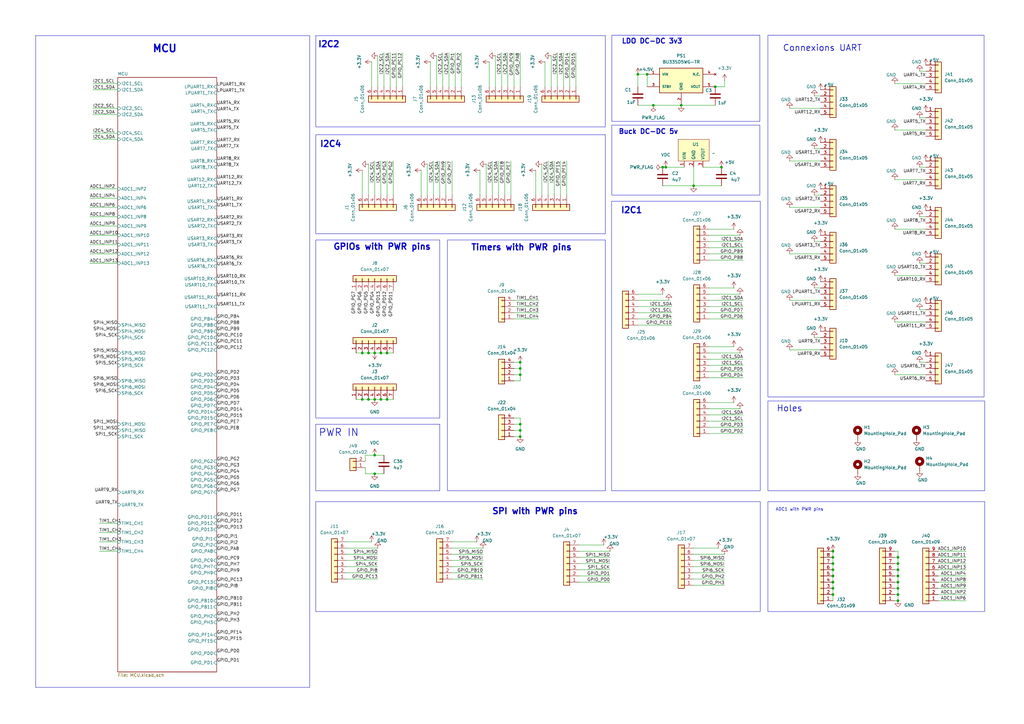
<source format=kicad_sch>
(kicad_sch (version 20250114) (generator "eeschema") (generator_version "9.0")
  (paper "A3")
  (title_block (title "Carte mère pour la coupe de France de robotique édition 2026") (date "2025-09-08") (company "ARES ENSEA-- fait par Capodagli Janus"))
  (rectangle (start 250.952 14.478) (end 311.658 49.784))
  (rectangle (start 250.825 82.55) (end 311.785 201.295))
  (rectangle (start 183.515 98.425) (end 248.285 201.295))
  (rectangle (start 129.54 14.605) (end 248.285 52.07))
  (rectangle (start 314.96 14.478) (end 403.606 162.814))
  (rectangle (start 129.54 98.425) (end 180.34 171.45))
  (rectangle (start 250.952 51.308) (end 311.658 80.01))
  (rectangle (start 314.96 164.465) (end 403.86 201.295))
  (rectangle (start 129.54 173.99) (end 180.34 201.295))
  (rectangle (start 314.96 205.74) (end 403.86 250.825))
  (rectangle (start 129.54 205.74) (end 311.785 250.825))
  (rectangle (start 14.605 14.605) (end 127 281.94))
  (rectangle (start 129.54 55.245) (end 248.285 95.885))
  (text "SPI with PWR pins\n" (at 219.456 209.804 0) (effects (font (size 2.5 2.5) (thickness 0.5) (bold yes))))
  (text "I2C2\n" (at 134.874 18.288 0) (effects (font (size 2.5 2.5) (thickness 0.5) (bold yes))))
  (text "MCU" (at 67.564 20.066 0) (effects (font (size 3 3) (thickness 0.6) (bold yes))))
  (text "PWR IN\n" (at 138.938 177.546 0) (effects (font (size 3 3) (thickness 0.254) (bold yes))))
  (text "I2C4\n\n" (at 135.636 61.214 0) (effects (font (size 2.5 2.5) (thickness 0.5) (bold yes))))
  (text "Connexions UART\n" (at 337.312 19.812 0) (effects (font (size 2.5 2.5) (thickness 0.254) (bold yes))))
  (text "Buck DC-DC 5v" (at 265.938 54.102 0) (effects (font (size 2 2) (thickness 0.4) (bold yes))))
  (text "LDO DC-DC 3v3\n" (at 267.462 17.018 0) (effects (font (size 2 2) (thickness 0.4) (bold yes))))
  (text "GPIOs with PWR pins\n" (at 156.718 101.346 0) (effects (font (size 2.5 2.5) (thickness 0.5) (bold yes))))
  (text "Timers with PWR pins\n" (at 213.868 101.6 0) (effects (font (size 2.5 2.5) (thickness 0.5) (bold yes))))
  (text "I2C1\n" (at 259.08 86.36 0) (effects (font (size 2.5 2.5) (thickness 0.5) (bold yes))))
  (text "ADC1 with PWR pins" (at 327.914 209.042 0) (effects (font (size 1.27 1.27))))
  (text "Holes" (at 323.85 167.64 0) (effects (font (size 2.5 2.5) (thickness 0.254) (bold yes))))
  (junction (at 368.3 236.22))
  (junction (at 153.67 194.31))
  (junction (at 156.21 163.83))
  (junction (at 368.3 233.68))
  (junction (at 284.48 76.2))
  (junction (at 267.97 43.18))
  (junction (at 293.37 35.56))
  (junction (at 368.3 241.3))
  (junction (at 213.36 151.13))
  (junction (at 341.63 238.76))
  (junction (at 341.63 233.68))
  (junction (at 341.63 236.22))
  (junction (at 153.67 163.83))
  (junction (at 341.63 228.6))
  (junction (at 213.36 179.07))
  (junction (at 368.3 231.14))
  (junction (at 341.63 241.3))
  (junction (at 213.36 148.59))
  (junction (at 341.63 243.84))
  (junction (at 213.36 153.67))
  (junction (at 156.21 144.78))
  (junction (at 279.4 43.18))
  (junction (at 148.59 144.78))
  (junction (at 213.36 176.53))
  (junction (at 368.3 238.76))
  (junction (at 273.05 68.58))
  (junction (at 158.75 144.78))
  (junction (at 271.78 68.58))
  (junction (at 341.63 226.06))
  (junction (at 295.91 68.58))
  (junction (at 261.62 30.48))
  (junction (at 148.59 163.83))
  (junction (at 341.63 231.14))
  (junction (at 151.13 144.78))
  (junction (at 158.75 163.83))
  (junction (at 151.13 163.83))
  (junction (at 368.3 246.38))
  (junction (at 265.43 30.48))
  (junction (at 153.67 144.78))
  (junction (at 213.36 173.99))
  (junction (at 368.3 228.6))
  (junction (at 153.67 186.69))
  (junction (at 368.3 243.84))
  (wire (pts (xy 220.98 125.73) (xy 210.82 125.73)))
  (wire (pts (xy 368.3 231.14) (xy 368.3 233.68)))
  (wire (pts (xy 156.21 66.04) (xy 156.21 80.01)))
  (wire (pts (xy 368.3 241.3) (xy 368.3 243.84)))
  (wire (pts (xy 200.66 25.4) (xy 200.66 35.56)))
  (wire (pts (xy 186.69 21.59) (xy 186.69 35.56)))
  (wire (pts (xy 367.03 93.98) (xy 379.73 93.98)))
  (wire (pts (xy 154.94 234.95) (xy 142.24 234.95)))
  (wire (pts (xy 368.3 236.22) (xy 368.3 238.76)))
  (wire (pts (xy 396.24 241.3) (xy 384.81 241.3)))
  (wire (pts (xy 304.8 177.8) (xy 290.83 177.8)))
  (wire (pts (xy 377.19 68.58) (xy 379.73 68.58)))
  (wire (pts (xy 304.8 104.14) (xy 290.83 104.14)))
  (wire (pts (xy 198.12 234.95) (xy 185.42 234.95)))
  (wire (pts (xy 304.8 172.72) (xy 290.83 172.72)))
  (wire (pts (xy 213.36 173.99) (xy 213.36 176.53)))
  (wire (pts (xy 300.99 118.11) (xy 290.83 118.11)))
  (wire (pts (xy 154.94 232.41) (xy 142.24 232.41)))
  (wire (pts (xy 208.28 21.59) (xy 208.28 35.56)))
  (wire (pts (xy 162.56 21.59) (xy 162.56 35.56)))
  (wire (pts (xy 250.19 231.14) (xy 237.49 231.14)))
  (wire (pts (xy 297.18 237.49) (xy 284.48 237.49)))
  (wire (pts (xy 213.36 153.67) (xy 213.36 156.21)))
  (wire (pts (xy 368.3 246.38) (xy 367.03 246.38)))
  (wire (pts (xy 250.19 226.06) (xy 237.49 226.06)))
  (wire (pts (xy 36.83 88.9) (xy 48.26 88.9)))
  (wire (pts (xy 153.67 163.83) (xy 156.21 163.83)))
  (wire (pts (xy 300.99 142.24) (xy 290.83 142.24)))
  (wire (pts (xy 38.1 36.83) (xy 48.26 36.83)))
  (wire (pts (xy 261.62 35.56) (xy 261.62 30.48)))
  (wire (pts (xy 213.36 171.45) (xy 210.82 171.45)))
  (wire (pts (xy 297.18 33.02) (xy 297.18 35.56)))
  (wire (pts (xy 396.24 228.6) (xy 384.81 228.6)))
  (wire (pts (xy 250.19 236.22) (xy 237.49 236.22)))
  (wire (pts (xy 40.64 218.44) (xy 48.26 218.44)))
  (wire (pts (xy 196.85 69.85) (xy 196.85 80.01)))
  (wire (pts (xy 38.1 54.61) (xy 48.26 54.61)))
  (wire (pts (xy 304.8 101.6) (xy 290.83 101.6)))
  (wire (pts (xy 396.24 236.22) (xy 384.81 236.22)))
  (wire (pts (xy 149.86 189.23) (xy 149.86 186.69)))
  (wire (pts (xy 38.1 57.15) (xy 48.26 57.15)))
  (wire (pts (xy 153.67 66.04) (xy 153.67 80.01)))
  (wire (pts (xy 267.97 43.18) (xy 279.4 43.18)))
  (wire (pts (xy 275.59 133.35) (xy 261.62 133.35)))
  (wire (pts (xy 396.24 226.06) (xy 384.81 226.06)))
  (wire (pts (xy 323.85 44.45) (xy 336.55 44.45)))
  (wire (pts (xy 396.24 246.38) (xy 384.81 246.38)))
  (wire (pts (xy 38.1 46.99) (xy 48.26 46.99)))
  (wire (pts (xy 323.85 123.19) (xy 336.55 123.19)))
  (wire (pts (xy 201.93 66.04) (xy 201.93 80.01)))
  (wire (pts (xy 233.68 21.59) (xy 233.68 35.56)))
  (wire (pts (xy 368.3 228.6) (xy 367.03 228.6)))
  (wire (pts (xy 203.2 22.86) (xy 203.2 35.56)))
  (wire (pts (xy 273.05 68.58) (xy 280.67 68.58)))
  (wire (pts (xy 275.59 125.73) (xy 261.62 125.73)))
  (wire (pts (xy 303.53 144.78) (xy 290.83 144.78)))
  (wire (pts (xy 148.59 144.78) (xy 151.13 144.78)))
  (wire (pts (xy 323.85 143.51) (xy 336.55 143.51)))
  (wire (pts (xy 250.19 228.6) (xy 237.49 228.6)))
  (wire (pts (xy 180.34 66.04) (xy 180.34 80.01)))
  (wire (pts (xy 334.01 39.37) (xy 336.55 39.37)))
  (wire (pts (xy 151.13 67.31) (xy 151.13 80.01)))
  (wire (pts (xy 341.63 236.22) (xy 341.63 238.76)))
  (wire (pts (xy 367.03 113.03) (xy 379.73 113.03)))
  (wire (pts (xy 304.8 175.26) (xy 290.83 175.26)))
  (wire (pts (xy 303.53 96.52) (xy 290.83 96.52)))
  (wire (pts (xy 334.01 80.01) (xy 336.55 80.01)))
  (wire (pts (xy 199.39 67.31) (xy 199.39 80.01)))
  (wire (pts (xy 368.3 226.06) (xy 368.3 228.6)))
  (wire (pts (xy 300.99 165.1) (xy 290.83 165.1)))
  (wire (pts (xy 304.8 147.32) (xy 290.83 147.32)))
  (wire (pts (xy 304.8 128.27) (xy 290.83 128.27)))
  (wire (pts (xy 377.19 107.95) (xy 379.73 107.95)))
  (wire (pts (xy 158.75 66.04) (xy 158.75 80.01)))
  (wire (pts (xy 209.55 66.04) (xy 209.55 80.01)))
  (wire (pts (xy 229.87 66.04) (xy 229.87 80.01)))
  (wire (pts (xy 198.12 224.79) (xy 185.42 224.79)))
  (wire (pts (xy 265.43 30.48) (xy 265.43 35.56)))
  (wire (pts (xy 368.3 233.68) (xy 367.03 233.68)))
  (wire (pts (xy 297.18 227.33) (xy 284.48 227.33)))
  (wire (pts (xy 149.86 191.77) (xy 149.86 194.31)))
  (wire (pts (xy 341.63 238.76) (xy 341.63 241.3)))
  (wire (pts (xy 275.59 130.81) (xy 261.62 130.81)))
  (wire (pts (xy 36.83 85.09) (xy 48.26 85.09)))
  (wire (pts (xy 304.8 106.68) (xy 290.83 106.68)))
  (wire (pts (xy 153.67 144.78) (xy 156.21 144.78)))
  (wire (pts (xy 288.29 68.58) (xy 295.91 68.58)))
  (wire (pts (xy 176.53 25.4) (xy 176.53 35.56)))
  (wire (pts (xy 304.8 130.81) (xy 290.83 130.81)))
  (wire (pts (xy 213.36 173.99) (xy 210.82 173.99)))
  (wire (pts (xy 219.71 69.85) (xy 219.71 80.01)))
  (wire (pts (xy 149.86 186.69) (xy 153.67 186.69)))
  (wire (pts (xy 189.23 21.59) (xy 189.23 35.56)))
  (wire (pts (xy 297.18 232.41) (xy 284.48 232.41)))
  (wire (pts (xy 304.8 170.18) (xy 290.83 170.18)))
  (wire (pts (xy 177.8 66.04) (xy 177.8 80.01)))
  (wire (pts (xy 294.64 224.79) (xy 284.48 224.79)))
  (wire (pts (xy 227.33 66.04) (xy 227.33 80.01)))
  (wire (pts (xy 304.8 149.86) (xy 290.83 149.86)))
  (wire (pts (xy 198.12 237.49) (xy 185.42 237.49)))
  (wire (pts (xy 154.94 224.79) (xy 142.24 224.79)))
  (wire (pts (xy 36.83 96.52) (xy 48.26 96.52)))
  (wire (pts (xy 323.85 66.04) (xy 336.55 66.04)))
  (wire (pts (xy 38.1 44.45) (xy 48.26 44.45)))
  (wire (pts (xy 368.3 238.76) (xy 367.03 238.76)))
  (wire (pts (xy 396.24 231.14) (xy 384.81 231.14)))
  (wire (pts (xy 300.99 93.98) (xy 290.83 93.98)))
  (wire (pts (xy 198.12 227.33) (xy 185.42 227.33)))
  (wire (pts (xy 367.03 153.67) (xy 379.73 153.67)))
  (wire (pts (xy 368.3 238.76) (xy 368.3 241.3)))
  (wire (pts (xy 396.24 243.84) (xy 384.81 243.84)))
  (wire (pts (xy 36.83 81.28) (xy 48.26 81.28)))
  (wire (pts (xy 271.78 68.58) (xy 273.05 68.58)))
  (wire (pts (xy 250.19 233.68) (xy 237.49 233.68)))
  (wire (pts (xy 157.48 21.59) (xy 157.48 35.56)))
  (wire (pts (xy 368.3 243.84) (xy 368.3 246.38)))
  (wire (pts (xy 36.83 77.47) (xy 48.26 77.47)))
  (wire (pts (xy 36.83 100.33) (xy 48.26 100.33)))
  (wire (pts (xy 195.58 222.25) (xy 185.42 222.25)))
  (wire (pts (xy 207.01 66.04) (xy 207.01 80.01)))
  (wire (pts (xy 274.32 123.19) (xy 261.62 123.19)))
  (wire (pts (xy 198.12 232.41) (xy 185.42 232.41)))
  (wire (pts (xy 297.18 229.87) (xy 284.48 229.87)))
  (wire (pts (xy 223.52 25.4) (xy 223.52 35.56)))
  (wire (pts (xy 271.78 120.65) (xy 261.62 120.65)))
  (wire (pts (xy 146.05 144.78) (xy 148.59 144.78)))
  (wire (pts (xy 261.62 30.48) (xy 265.43 30.48)))
  (wire (pts (xy 213.36 21.59) (xy 213.36 35.56)))
  (wire (pts (xy 148.59 69.85) (xy 148.59 80.01)))
  (wire (pts (xy 334.01 60.96) (xy 336.55 60.96)))
  (wire (pts (xy 297.18 234.95) (xy 284.48 234.95)))
  (wire (pts (xy 153.67 194.31) (xy 157.48 194.31)))
  (wire (pts (xy 396.24 233.68) (xy 384.81 233.68)))
  (wire (pts (xy 341.63 233.68) (xy 341.63 236.22)))
  (wire (pts (xy 213.36 148.59) (xy 213.36 151.13)))
  (wire (pts (xy 377.19 127) (xy 379.73 127)))
  (wire (pts (xy 148.59 163.83) (xy 151.13 163.83)))
  (wire (pts (xy 184.15 21.59) (xy 184.15 35.56)))
  (wire (pts (xy 213.36 151.13) (xy 213.36 153.67)))
  (wire (pts (xy 179.07 22.86) (xy 179.07 35.56)))
  (wire (pts (xy 367.03 53.34) (xy 379.73 53.34)))
  (wire (pts (xy 38.1 34.29) (xy 48.26 34.29)))
  (wire (pts (xy 367.03 132.08) (xy 379.73 132.08)))
  (wire (pts (xy 36.83 92.71) (xy 48.26 92.71)))
  (wire (pts (xy 228.6 21.59) (xy 228.6 35.56)))
  (wire (pts (xy 181.61 21.59) (xy 181.61 35.56)))
  (wire (pts (xy 284.48 68.58) (xy 284.48 76.2)))
  (wire (pts (xy 304.8 154.94) (xy 290.83 154.94)))
  (wire (pts (xy 377.19 48.26) (xy 379.73 48.26)))
  (wire (pts (xy 368.3 241.3) (xy 367.03 241.3)))
  (wire (pts (xy 304.8 99.06) (xy 290.83 99.06)))
  (wire (pts (xy 182.88 66.04) (xy 182.88 80.01)))
  (wire (pts (xy 224.79 66.04) (xy 224.79 80.01)))
  (wire (pts (xy 156.21 144.78) (xy 158.75 144.78)))
  (wire (pts (xy 158.75 163.83) (xy 161.29 163.83)))
  (wire (pts (xy 334.01 138.43) (xy 336.55 138.43)))
  (wire (pts (xy 297.18 35.56) (xy 293.37 35.56)))
  (wire (pts (xy 250.19 238.76) (xy 237.49 238.76)))
  (wire (pts (xy 303.53 167.64) (xy 290.83 167.64)))
  (wire (pts (xy 205.74 21.59) (xy 205.74 35.56)))
  (wire (pts (xy 323.85 104.14) (xy 336.55 104.14)))
  (wire (pts (xy 368.3 226.06) (xy 367.03 226.06)))
  (wire (pts (xy 40.64 226.06) (xy 48.26 226.06)))
  (wire (pts (xy 213.36 153.67) (xy 210.82 153.67)))
  (wire (pts (xy 222.25 67.31) (xy 222.25 80.01)))
  (wire (pts (xy 152.4 222.25) (xy 142.24 222.25)))
  (wire (pts (xy 334.01 99.06) (xy 336.55 99.06)))
  (wire (pts (xy 377.19 88.9) (xy 379.73 88.9)))
  (wire (pts (xy 158.75 144.78) (xy 161.29 144.78)))
  (wire (pts (xy 368.3 228.6) (xy 368.3 231.14)))
  (wire (pts (xy 396.24 238.76) (xy 384.81 238.76)))
  (wire (pts (xy 367.03 73.66) (xy 379.73 73.66)))
  (wire (pts (xy 154.94 237.49) (xy 142.24 237.49)))
  (wire (pts (xy 303.53 120.65) (xy 290.83 120.65)))
  (wire (pts (xy 341.63 226.06) (xy 341.63 228.6)))
  (wire (pts (xy 368.3 243.84) (xy 367.03 243.84)))
  (wire (pts (xy 341.63 243.84) (xy 341.63 246.38)))
  (wire (pts (xy 175.26 67.31) (xy 175.26 80.01)))
  (wire (pts (xy 198.12 229.87) (xy 185.42 229.87)))
  (wire (pts (xy 213.36 176.53) (xy 213.36 179.07)))
  (wire (pts (xy 261.62 43.18) (xy 267.97 43.18)))
  (wire (pts (xy 231.14 21.59) (xy 231.14 35.56)))
  (wire (pts (xy 149.86 194.31) (xy 153.67 194.31)))
  (wire (pts (xy 220.98 130.81) (xy 210.82 130.81)))
  (wire (pts (xy 232.41 66.04) (xy 232.41 80.01)))
  (wire (pts (xy 304.8 152.4) (xy 290.83 152.4)))
  (wire (pts (xy 304.8 125.73) (xy 290.83 125.73)))
  (wire (pts (xy 204.47 66.04) (xy 204.47 80.01)))
  (wire (pts (xy 161.29 66.04) (xy 161.29 80.01)))
  (wire (pts (xy 160.02 21.59) (xy 160.02 35.56)))
  (wire (pts (xy 156.21 163.83) (xy 158.75 163.83)))
  (wire (pts (xy 165.1 21.59) (xy 165.1 35.56)))
  (wire (pts (xy 220.98 123.19) (xy 210.82 123.19)))
  (wire (pts (xy 323.85 85.09) (xy 336.55 85.09)))
  (wire (pts (xy 36.83 104.14) (xy 48.26 104.14)))
  (wire (pts (xy 213.36 179.07) (xy 210.82 179.07)))
  (wire (pts (xy 341.63 228.6) (xy 341.63 231.14)))
  (wire (pts (xy 213.36 171.45) (xy 213.36 173.99)))
  (wire (pts (xy 213.36 151.13) (xy 210.82 151.13)))
  (wire (pts (xy 297.18 240.03) (xy 284.48 240.03)))
  (wire (pts (xy 377.19 148.59) (xy 379.73 148.59)))
  (wire (pts (xy 154.94 227.33) (xy 142.24 227.33)))
  (wire (pts (xy 377.19 29.21) (xy 379.73 29.21)))
  (wire (pts (xy 213.36 156.21) (xy 210.82 156.21)))
  (wire (pts (xy 304.8 123.19) (xy 290.83 123.19)))
  (wire (pts (xy 185.42 66.04) (xy 185.42 80.01)))
  (wire (pts (xy 151.13 163.83) (xy 153.67 163.83)))
  (wire (pts (xy 40.64 214.63) (xy 48.26 214.63)))
  (wire (pts (xy 367.03 34.29) (xy 379.73 34.29)))
  (wire (pts (xy 153.67 186.69) (xy 157.48 186.69)))
  (wire (pts (xy 152.4 25.4) (xy 152.4 35.56)))
  (wire (pts (xy 334.01 118.11) (xy 336.55 118.11)))
  (wire (pts (xy 220.98 128.27) (xy 210.82 128.27)))
  (wire (pts (xy 368.3 236.22) (xy 367.03 236.22)))
  (wire (pts (xy 271.78 76.2) (xy 284.48 76.2)))
  (wire (pts (xy 236.22 21.59) (xy 236.22 35.56)))
  (wire (pts (xy 368.3 233.68) (xy 368.3 236.22)))
  (wire (pts (xy 40.64 222.25) (xy 48.26 222.25)))
  (wire (pts (xy 275.59 128.27) (xy 261.62 128.27)))
  (wire (pts (xy 210.82 21.59) (xy 210.82 35.56)))
  (wire (pts (xy 284.48 76.2) (xy 295.91 76.2)))
  (wire (pts (xy 154.94 22.86) (xy 154.94 35.56)))
  (wire (pts (xy 368.3 231.14) (xy 367.03 231.14)))
  (wire (pts (xy 151.13 144.78) (xy 153.67 144.78)))
  (wire (pts (xy 226.06 22.86) (xy 226.06 35.56)))
  (wire (pts (xy 146.05 163.83) (xy 148.59 163.83)))
  (wire (pts (xy 213.36 148.59) (xy 210.82 148.59)))
  (wire (pts (xy 247.65 223.52) (xy 237.49 223.52)))
  (wire (pts (xy 154.94 229.87) (xy 142.24 229.87)))
  (wire (pts (xy 213.36 176.53) (xy 210.82 176.53)))
  (wire (pts (xy 341.63 241.3) (xy 341.63 243.84)))
  (wire (pts (xy 172.72 69.85) (xy 172.72 80.01)))
  (wire (pts (xy 279.4 43.18) (xy 293.37 43.18)))
  (wire (pts (xy 36.83 107.95) (xy 48.26 107.95)))
  (wire (pts (xy 341.63 231.14) (xy 341.63 233.68)))
  (label "GPIO_PI2" (at 88.9 223.52 0))
  (label "UART8_TX" (at 379.73 91.44 180) (effects (font (thickness 0.1588))))
  (label "ADC1_INP11" (at 36.83 100.33 0))
  (label "GPIO_PD12" (at 88.9 214.63 0))
  (label "I2C1_SCL" (at 275.59 128.27 180) (effects (font (thickness 0.1588))))
  (label "UART4_RX" (at 379.73 36.83 180) (effects (font (thickness 0.1588))))
  (label "GPIO_PD13" (at 156.21 119.38 270))
  (label "ADC1_INP9" (at 36.83 92.71 0))
  (label "USART1_TX" (at 88.9 85.09 0) (effects (font (thickness 0.1588))))
  (label "ADC1_INP11" (at 396.24 228.6 180))
  (label "ADC1_INP10" (at 36.83 96.52 0))
  (label "TIM1_CH1" (at 220.98 123.19 180))
  (label "UART5_RX" (at 88.9 50.8 0) (effects (font (thickness 0.1588))))
  (label "UART12_RX" (at 88.9 73.66 0) (effects (font (thickness 0.1588))))
  (label "I2C2_SCL" (at 38.1 44.45 0) (effects (font (thickness 0.1588))))
  (label "TIM1_CH3" (at 40.64 222.25 0))
  (label "TIM1_CH2" (at 220.98 125.73 180))
  (label "SPI1_MOSI" (at 250.19 231.14 180))
  (label "USART11_RX" (at 88.9 121.92 0) (effects (font (thickness 0.1588))))
  (label "GPIO_PC10" (at 275.59 133.35 180))
  (label "UART4_TX" (at 88.9 45.72 0) (effects (font (thickness 0.1588))))
  (label "GPIO_PD14" (at 233.68 21.59 270))
  (label "GPIO_PE8" (at 207.01 66.04 270))
  (label "ADC1_INP13" (at 36.83 107.95 0))
  (label "SPI5_MOSI" (at 48.26 147.32 180))
  (label "UART9_TX" (at 48.26 207.01 180))
  (label "I2C4_SCL" (at 153.67 66.04 270) (effects (font (thickness 0.1588))))
  (label "UART8_RX" (at 88.9 66.04 0) (effects (font (thickness 0.1588))))
  (label "GPIO_PI1" (at 88.9 220.98 0))
  (label "USART10_RX" (at 379.73 115.57 180) (effects (font (thickness 0.1588))))
  (label "SPI6_MISO" (at 297.18 229.87 180))
  (label "UART12_RX" (at 336.55 46.99 180) (effects (font (thickness 0.1588))))
  (label "I2C1_SCL" (at 304.8 125.73 180) (effects (font (thickness 0.1588))))
  (label "GPIO_PD7" (at 304.8 128.27 180))
  (label "TIM1_CH3" (at 220.98 128.27 180))
  (label "GPIO_PG4" (at 88.9 194.31 0))
  (label "GPIO_PH3" (at 297.18 240.03 180))
  (label "I2C4_SDA" (at 204.47 66.04 270) (effects (font (thickness 0.1588))))
  (label "I2C4_SCL" (at 38.1 54.61 0) (effects (font (thickness 0.1588))))
  (label "UART7_RX" (at 88.9 58.42 0) (effects (font (thickness 0.1588))))
  (label "GPIO_PD5" (at 88.9 161.29 0))
  (label "GPIO_PB8" (at 88.9 133.35 0))
  (label "ADC1_INP8" (at 396.24 238.76 180))
  (label "I2C2_SDA" (at 231.14 21.59 270) (effects (font (thickness 0.1588))))
  (label "USART10_TX" (at 88.9 116.84 0) (effects (font (thickness 0.1588))))
  (label "ADC1_INP13" (at 396.24 233.68 180))
  (label "SPI4_MISO" (at 48.26 133.35 180))
  (label "ADC1_INP4" (at 36.83 81.28 0))
  (label "SPI1_MISO" (at 250.19 228.6 180))
  (label "USART11_RX" (at 379.73 134.62 180) (effects (font (thickness 0.1588))))
  (label "I2C2_SCL" (at 157.48 21.59 270) (effects (font (thickness 0.1588))))
  (label "SPI4_MOSI" (at 154.94 229.87 180))
  (label "GPIO_PA8" (at 88.9 226.06 0))
  (label "TIM1_CH1" (at 40.64 214.63 0))
  (label "USART3_RX" (at 88.9 97.79 0) (effects (font (thickness 0.1588))))
  (label "GPIO_PG3" (at 158.75 66.04 270))
  (label "GPIO_PB10" (at 88.9 246.38 0))
  (label "I2C4_SCL" (at 201.93 66.04 270) (effects (font (thickness 0.1588))))
  (label "GPIO_PD3" (at 304.8 175.26 180))
  (label "GPIO_PC11" (at 88.9 140.97 0))
  (label "ADC1_INP9" (at 396.24 241.3 180))
  (label "ADC1_INP12" (at 36.83 104.14 0))
  (label "ADC1_INP10" (at 396.24 226.06 180))
  (label "UART12_TX" (at 88.9 76.2 0) (effects (font (thickness 0.1588))))
  (label "I2C4_SDA" (at 38.1 57.15 0) (effects (font (thickness 0.1588))))
  (label "SPI1_SCK" (at 250.19 233.68 180))
  (label "GPIO_PG4" (at 153.67 119.38 270))
  (label "UART9_TX" (at 336.55 140.97 180) (effects (font (thickness 0.1588))))
  (label "GPIO_PD1" (at 88.9 271.78 0))
  (label "SPI5_MISO" (at 198.12 227.33 180))
  (label "GPIO_PG3" (at 88.9 191.77 0))
  (label "GPIO_PD14" (at 88.9 168.91 0))
  (label "GPIO_PG6" (at 148.59 119.38 270))
  (label "ADC1_INP4" (at 396.24 236.22 180))
  (label "GPIO_PD6" (at 88.9 163.83 0))
  (label "GPIO_PI1" (at 186.69 21.59 270))
  (label "USART3_TX" (at 88.9 100.33 0) (effects (font (thickness 0.1588))))
  (label "I2C2_SCL" (at 181.61 21.59 270) (effects (font (thickness 0.1588))))
  (label "I2C1_SCL" (at 304.8 172.72 180) (effects (font (thickness 0.1588))))
  (label "UART5_TX" (at 88.9 53.34 0) (effects (font (thickness 0.1588))))
  (label "ADC1_INP2" (at 36.83 77.47 0))
  (label "GPIO_PG7" (at 146.05 119.38 270))
  (label "USART11_TX" (at 88.9 125.73 0) (effects (font (thickness 0.1588))))
  (label "SPI5_SCK" (at 48.26 149.86 180))
  (label "LPUART1_TX" (at 88.9 38.1 0) (effects (font (thickness 0.1588))))
  (label "USART2_TX" (at 336.55 82.55 180) (effects (font (thickness 0.1588))))
  (label "GPIO_PD2" (at 88.9 153.67 0))
  (label "GPIO_PG6" (at 88.9 199.39 0))
  (label "TIM1_CH4" (at 220.98 130.81 180))
  (label "GPIO_PD12" (at 158.75 119.38 270))
  (label "UART5_RX" (at 379.73 55.88 180) (effects (font (thickness 0.1588))))
  (label "GPIO_PD3" (at 88.9 156.21 0))
  (label "GPIO_PD5" (at 304.8 152.4 180))
  (label "GPIO_PH2" (at 297.18 237.49 180))
  (label "SPI1_MISO" (at 48.26 176.53 180))
  (label "GPIO_PC10" (at 88.9 138.43 0))
  (label "GPIO_PD13" (at 88.9 217.17 0))
  (label "GPIO_PH2" (at 88.9 252.73 0))
  (label "UART4_RX" (at 88.9 43.18 0) (effects (font (thickness 0.1588))))
  (label "GPIO_PD11" (at 161.29 119.38 270))
  (label "I2C1_SCL" (at 304.8 101.6 180) (effects (font (thickness 0.1588))))
  (label "USART2_RX" (at 336.55 87.63 180) (effects (font (thickness 0.1588))))
  (label "GPIO_PF15" (at 229.87 66.04 270))
  (label "GPIO_PG2" (at 88.9 189.23 0))
  (label "USART10_TX" (at 379.73 110.49 180) (effects (font (thickness 0.1588))))
  (label "ADC1_INP2" (at 396.24 243.84 180))
  (label "UART5_TX" (at 379.73 50.8 180) (effects (font (thickness 0.1588))))
  (label "UART12_TX" (at 336.55 41.91 180) (effects (font (thickness 0.1588))))
  (label "GPIO_PD2" (at 304.8 177.8 180))
  (label "GPIO_PH7" (at 185.42 66.04 270))
  (label "ADC1_INP6" (at 396.24 246.38 180))
  (label "USART1_TX" (at 336.55 63.5 180) (effects (font (thickness 0.1588))))
  (label "ADC1_INP12" (at 396.24 231.14 180))
  (label "GPIO_PD15" (at 236.22 21.59 270))
  (label "GPIO_PE7" (at 209.55 66.04 270))
  (label "USART1_RX" (at 336.55 68.58 180) (effects (font (thickness 0.1588))))
  (label "TIM1_CH2" (at 40.64 218.44 0))
  (label "SPI5_MOSI" (at 198.12 229.87 180))
  (label "GPIO_PD1" (at 250.19 236.22 180))
  (label "GPIO_PB4" (at 88.9 130.81 0))
  (label "GPIO_PI8" (at 88.9 241.3 0))
  (label "USART6_RX" (at 88.9 106.68 0) (effects (font (thickness 0.1588))))
  (label "UART7_TX" (at 88.9 60.96 0) (effects (font (thickness 0.1588))))
  (label "GPIO_PC11" (at 162.56 21.59 270))
  (label "I2C1_SDA" (at 304.8 99.06 180) (effects (font (thickness 0.1588))))
  (label "GPIO_PD15" (at 88.9 171.45 0))
  (label "I2C4_SDA" (at 180.34 66.04 270) (effects (font (thickness 0.1588))))
  (label "USART3_TX" (at 336.55 101.6 180) (effects (font (thickness 0.1588))))
  (label "ADC1_INP6" (at 36.83 85.09 0))
  (label "GPIO_PG7" (at 88.9 201.93 0))
  (label "I2C2_SDA" (at 184.15 21.59 270) (effects (font (thickness 0.1588))))
  (label "TIM1_CH4" (at 40.64 226.06 0))
  (label "GPIO_PC12" (at 165.1 21.59 270))
  (label "GPIO_PG5" (at 88.9 196.85 0))
  (label "GPIO_PB11" (at 198.12 237.49 180))
  (label "GPIO_PD0" (at 250.19 238.76 180))
  (label "GPIO_PD7" (at 88.9 166.37 0))
  (label "GPIO_PF14" (at 88.9 260.35 0))
  (label "I2C1_SDA" (at 304.8 123.19 180) (effects (font (thickness 0.1588))))
  (label "LPUART1_RX" (at 88.9 35.56 0) (effects (font (thickness 0.1588))))
  (label "I2C4_SCL" (at 177.8 66.04 270) (effects (font (thickness 0.1588))))
  (label "GPIO_PH9" (at 182.88 66.04 270))
  (label "SPI5_MISO" (at 48.26 144.78 180))
  (label "UART4_TX" (at 379.73 31.75 180) (effects (font (thickness 0.1588))))
  (label "I2C2_SDA" (at 160.02 21.59 270) (effects (font (thickness 0.1588))))
  (label "GPIO_PC13" (at 88.9 238.76 0))
  (label "SPI4_SCK" (at 154.94 232.41 180))
  (label "LPUART1_TX" (at 336.55 120.65 180) (effects (font (thickness 0.1588))))
  (label "USART2_TX" (at 88.9 92.71 0) (effects (font (thickness 0.1588))))
  (label "GPIO_PH7" (at 88.9 232.41 0))
  (label "I2C1_SDA" (at 38.1 36.83 0) (effects (font (thickness 0.1588))))
  (label "GPIO_PD0" (at 88.9 267.97 0))
  (label "GPIO_PC9" (at 88.9 229.87 0))
  (label "GPIO_PG5" (at 151.13 119.38 270))
  (label "USART1_RX" (at 88.9 82.55 0) (effects (font (thickness 0.1588))))
  (label "UART8_RX" (at 379.73 96.52 180) (effects (font (thickness 0.1588))))
  (label "USART2_RX" (at 88.9 90.17 0) (effects (font (thickness 0.1588))))
  (label "GPIO_PI8" (at 154.94 234.95 180))
  (label "I2C2_SCL" (at 228.6 21.59 270) (effects (font (thickness 0.1588))))
  (label "GPIO_PH3" (at 88.9 255.27 0))
  (label "GPIO_PB11" (at 88.9 248.92 0))
  (label "GPIO_PE7" (at 88.9 173.99 0))
  (label "GPIO_PB4" (at 275.59 130.81 180))
  (label "GPIO_PI2" (at 189.23 21.59 270))
  (label "GPIO_PC13" (at 154.94 237.49 180))
  (label "GPIO_PD4" (at 88.9 158.75 0))
  (label "GPIO_PE8" (at 88.9 176.53 0))
  (label "GPIO_PH9" (at 88.9 234.95 0))
  (label "I2C1_SDA" (at 304.8 170.18 180) (effects (font (thickness 0.1588))))
  (label "GPIO_PF14" (at 232.41 66.04 270))
  (label "GPIO_PF15" (at 88.9 262.89 0))
  (label "ADC1_INP8" (at 36.83 88.9 0))
  (label "I2C2_SDA" (at 38.1 46.99 0) (effects (font (thickness 0.1588))))
  (label "I2C4_SCL" (at 224.79 66.04 270) (effects (font (thickness 0.1588))))
  (label "SPI6_MISO" (at 48.26 156.21 180))
  (label "USART6_TX" (at 379.73 151.13 180) (effects (font (thickness 0.1588))))
  (label "USART6_TX" (at 88.9 109.22 0) (effects (font (thickness 0.1588))))
  (label "SPI6_SCK" (at 297.18 234.95 180))
  (label "USART6_RX" (at 379.73 156.21 180) (effects (font (thickness 0.1588))))
  (label "GPIO_PD6" (at 304.8 130.81 180))
  (label "USART3_RX" (at 336.55 106.68 180) (effects (font (thickness 0.1588))))
  (label "UART7_TX" (at 379.73 71.12 180) (effects (font (thickness 0.1588))))
  (label "UART9_RX" (at 48.26 201.93 180))
  (label "SPI6_SCK" (at 48.26 161.29 180))
  (label "I2C2_SCL" (at 205.74 21.59 270) (effects (font (thickness 0.1588))))
  (label "USART11_TX" (at 379.73 129.54 180) (effects (font (thickness 0.1588))))
  (label "UART9_RX" (at 336.55 146.05 180) (effects (font (thickness 0.1588))))
  (label "UART8_TX" (at 88.9 68.58 0) (effects (font (thickness 0.1588))))
  (label "SPI6_MOSI" (at 48.26 158.75 180))
  (label "I2C4_SDA" (at 156.21 66.04 270) (effects (font (thickness 0.1588))))
  (label "SPI4_MOSI" (at 48.26 135.89 180))
  (label "GPIO_PB9" (at 88.9 135.89 0))
  (label "SPI1_SCK" (at 48.26 179.07 180))
  (label "GPIO_PB9" (at 304.8 104.14 180))
  (label "GPIO_PB10" (at 198.12 234.95 180))
  (label "GPIO_PC9" (at 210.82 21.59 270))
  (label "I2C1_SCL" (at 38.1 34.29 0) (effects (font (thickness 0.1588))))
  (label "LPUART1_RX" (at 336.55 125.73 180) (effects (font (thickness 0.1588))))
  (label "I2C4_SDA" (at 227.33 66.04 270) (effects (font (thickness 0.1588))))
  (label "SPI6_MOSI" (at 297.18 232.41 180))
  (label "GPIO_PA8" (at 213.36 21.59 270))
  (label "GPIO_PD4" (at 304.8 154.94 180))
  (label "SPI4_SCK" (at 48.26 138.43 180))
  (label "I2C2_SDA" (at 208.28 21.59 270) (effects (font (thickness 0.1588))))
  (label "GPIO_PG2" (at 161.29 66.04 270))
  (label "UART7_RX" (at 379.73 76.2 180) (effects (font (thickness 0.1588))))
  (label "I2C1_SCL" (at 304.8 149.86 180) (effects (font (thickness 0.1588))))
  (label "GPIO_PB8" (at 304.8 106.68 180))
  (label "GPIO_PC12" (at 88.9 143.51 0))
  (label "I2C1_SDA" (at 304.8 147.32 180) (effects (font (thickness 0.1588))))
  (label "SPI4_MISO" (at 154.94 227.33 180))
  (label "I2C1_SDA" (at 275.59 125.73 180) (effects (font (thickness 0.1588))))
  (label "SPI1_MOSI" (at 48.26 173.99 180))
  (label "GPIO_PD11" (at 88.9 212.09 0))
  (label "USART10_RX" (at 88.9 114.3 0) (effects (font (thickness 0.1588))))
  (label "SPI5_SCK" (at 198.12 232.41 180))
  (symbol (lib_id "power:VDC") (at 273.05 68.58 0) (unit 1)
    (property "Reference" "#PWR029" (effects (hide yes)))
    (property "Value" "VDC" (at 273.05 63.5 0))
    (property "Description" "Power symbol creates a global label with name \"VDC\"" (effects (hide yes)))
  )
  (symbol (lib_id "power:+3.3V") (at 379.73 86.36 0) (unit 1)
    (property "Reference" "#PWR023" (effects (hide yes)))
    (property "Value" "+3.3V" (at 379.73 81.28 0))
    (property "Description" "Power symbol creates a global label with name \"+3.3V\"" (effects (hide yes)))
  )
  (symbol (lib_id "power:GND") (at 274.32 123.19 180) (unit 1)
    (property "Reference" "#PWR031" (effects (hide yes)))
    (property "Value" "GND" (effects (hide yes)))
    (property "Description" "Power symbol creates a global label with name \"GND\" , ground" (effects (hide yes)))
  )
  (symbol (lib_id "Connector_Generic:Conn_01x07") (at 279.4 232.41 180) (unit 1)
    (property "Reference" "J17" (at 279.4 218.44 0))
    (property "Value" "Conn_01x07" (at 279.4 220.98 0))
    (property "Footprint" "Connector_JST:JST_EH_B7B-EH-A_1x07_P2.50mm_Vertical" (effects (hide yes)))
    (property "Description" "Generic connector, single row, 01x07, script generated (kicad-library-utils/schlib/autogen/connector/)" (effects (hide yes)))
  )
  (symbol (lib_id "power:GND") (at 377.19 29.21 180) (unit 1)
    (property "Reference" "#PWR076" (effects (hide yes)))
    (property "Value" "GND" (at 375.92 25.4 0))
    (property "Description" "Power symbol creates a global label with name \"GND\" , ground" (effects (hide yes)))
  )
  (symbol (lib_id "power:+3.3V") (at 300.99 93.98 0) (unit 1)
    (property "Reference" "#PWR037" (effects (hide yes)))
    (property "Value" "+3.3V" (at 300.99 88.9 0))
    (property "Description" "Power symbol creates a global label with name \"+3.3V\"" (effects (hide yes)))
  )
  (symbol (lib_id "power:+5V") (at 379.73 124.46 0) (unit 1)
    (property "Reference" "#PWR088" (effects (hide yes)))
    (property "Value" "+5V" (at 383.032 122.428 0))
    (property "Description" "Power symbol creates a global label with name \"+5V\"" (effects (hide yes)))
  )
  (symbol (lib_id "Connector_Generic:Conn_01x07") (at 153.67 114.3 90) (unit 1)
    (property "Reference" "J8" (at 153.67 107.95 90))
    (property "Value" "Conn_01x07" (at 153.67 110.49 90))
    (property "Footprint" "Connector_PinHeader_2.54mm:PinHeader_1x07_P2.54mm_Vertical" (effects (hide yes)))
    (property "Description" "Generic connector, single row, 01x07, script generated (kicad-library-utils/schlib/autogen/connector/)" (effects (hide yes)))
  )
  (symbol (lib_id "power:+3.3V") (at 196.85 69.85 90) (unit 1)
    (property "Reference" "#PWR011" (effects (hide yes)))
    (property "Value" "+3.3V" (at 191.77 69.85 0))
    (property "Description" "Power symbol creates a global label with name \"+3.3V\"" (effects (hide yes)))
  )
  (symbol (lib_id "power:GND") (at 367.03 34.29 180) (unit 1)
    (property "Reference" "#PWR066" (effects (hide yes)))
    (property "Value" "GND" (at 365.506 30.734 0))
    (property "Description" "Power symbol creates a global label with name \"GND\" , ground" (effects (hide yes)))
  )
  (symbol (lib_id "Connector_Generic:Conn_01x06") (at 204.47 85.09 270) (unit 1)
    (property "Reference" "J12" (at 190.5 85.09 0))
    (property "Value" "Conn_01x06" (at 193.04 85.09 0))
    (property "Footprint" "Connector_JST:JST_EH_B6B-EH-A_1x06_P2.50mm_Vertical" (effects (hide yes)))
    (property "Description" "Generic connector, single row, 01x06, script generated (kicad-library-utils/schlib/autogen/connector/)" (effects (hide yes)))
  )
  (symbol (lib_id "power:PWR_FLAG") (at 267.97 43.18 180) (unit 1)
    (property "Reference" "#FLG01" (effects (hide yes)))
    (property "Value" "PWR_FLAG" (at 267.97 48.26 0))
    (property "Description" "Special symbol for telling ERC where power comes from" (effects (hide yes)))
  )
  (symbol (lib_id "power:+5V") (at 336.55 77.47 0) (unit 1)
    (property "Reference" "#PWR059" (effects (hide yes)))
    (property "Value" "+5V" (at 339.852 75.438 0))
    (property "Description" "Power symbol creates a global label with name \"+5V\"" (effects (hide yes)))
  )
  (symbol (lib_id "Mechanical:MountingHole_Pad") (at 377.19 190.5 0) (unit 1) (in_bom no)
    (property "Reference" "H4" (at 379.73 187.9599 0) (effects (justify left)))
    (property "Value" "MountingHole_Pad" (at 379.73 190.4999 0) (effects (justify left)))
    (property "Footprint" "MountingHole:MountingHole_2.2mm_M2_Pad" (effects (hide yes)))
    (property "Description" "Mounting Hole with connection" (effects (hide yes)))
  )
  (symbol (lib_id "Connector_Generic:Conn_01x05") (at 384.81 50.8 0) (unit 1)
    (property "Reference" "J42" (at 387.35 49.5299 0) (effects (justify left)))
    (property "Value" "Conn_01x05" (at 387.35 52.0699 0) (effects (justify left)))
    (property "Footprint" "Connector_JST:JST_EH_B5B-EH-A_1x05_P2.50mm_Vertical" (effects (hide yes)))
    (property "Description" "Generic connector, single row, 01x05, script generated (kicad-library-utils/schlib/autogen/connector/)" (effects (hide yes)))
  )
  (symbol (lib_id "power:GND") (at 377.19 48.26 180) (unit 1)
    (property "Reference" "#PWR077" (effects (hide yes)))
    (property "Value" "GND" (at 375.92 44.45 0))
    (property "Description" "Power symbol creates a global label with name \"GND\" , ground" (effects (hide yes)))
  )
  (symbol (lib_id "power:+3.3V") (at 247.65 223.52 0) (unit 1)
    (property "Reference" "#PWR017" (effects (hide yes)))
    (property "Value" "+3.3V" (at 250.444 220.218 0))
    (property "Description" "Power symbol creates a global label with name \"+3.3V\"" (effects (hide yes)))
  )
  (symbol (lib_id "Connector_Generic:Conn_01x05") (at 341.63 101.6 0) (unit 1)
    (property "Reference" "J36" (at 344.17 100.3299 0) (effects (justify left)))
    (property "Value" "Conn_01x05" (at 344.17 102.8699 0) (effects (justify left)))
    (property "Footprint" "Connector_JST:JST_EH_B5B-EH-A_1x05_P2.50mm_Vertical" (effects (hide yes)))
    (property "Description" "Generic connector, single row, 01x05, script generated (kicad-library-utils/schlib/autogen/connector/)" (effects (hide yes)))
  )
  (symbol (lib_id "power:+3.3V") (at 300.99 118.11 0) (unit 1)
    (property "Reference" "#PWR038" (effects (hide yes)))
    (property "Value" "+3.3V" (at 300.99 113.03 0))
    (property "Description" "Power symbol creates a global label with name \"+3.3V\"" (effects (hide yes)))
  )
  (symbol (lib_id "power:GND") (at 198.12 224.79 180) (unit 1)
    (property "Reference" "#PWR086" (effects (hide yes)))
    (property "Value" "GND" (at 199.898 221.742 0))
    (property "Description" "Power symbol creates a global label with name \"GND\" , ground" (effects (hide yes)))
  )
  (symbol (lib_id "power:VDC") (at 153.67 186.69 0) (unit 1)
    (property "Reference" "#PWR0122" (effects (hide yes)))
    (property "Value" "VDC" (at 153.67 181.61 0))
    (property "Description" "Power symbol creates a global label with name \"VDC\"" (effects (hide yes)))
  )
  (symbol (lib_id "Connector_Generic:Conn_01x04") (at 205.74 176.53 180) (unit 1)
    (property "Reference" "J22" (at 205.74 165.1 0))
    (property "Value" "Conn_01x04" (at 205.74 167.64 0))
    (property "Footprint" "Connector_PinHeader_2.54mm:PinHeader_1x04_P2.54mm_Vertical" (effects (hide yes)))
    (property "Description" "Generic connector, single row, 01x04, script generated (kicad-library-utils/schlib/autogen/connector/)" (effects (hide yes)))
  )
  (symbol (lib_id "Connector_Generic:Conn_01x09") (at 361.95 236.22 180) (unit 1)
    (property "Reference" "J39" (at 361.95 219.71 0))
    (property "Value" "Conn_01x09" (at 361.95 222.25 0))
    (property "Footprint" "Connector_PinHeader_2.54mm:PinHeader_1x09_P2.54mm_Vertical" (effects (hide yes)))
    (property "Description" "Generic connector, single row, 01x09, script generated (kicad-library-utils/schlib/autogen/connector/)" (effects (hide yes)))
  )
  (symbol (lib_id "power:GND") (at 351.79 180.34 0) (unit 1)
    (property "Reference" "#PWR064" (effects (hide yes)))
    (property "Value" "GND" (at 353.06 184.15 0))
    (property "Description" "Power symbol creates a global label with name \"GND\" , ground" (effects (hide yes)))
  )
  (symbol (lib_id "power:GND") (at 303.53 120.65 180) (unit 1)
    (property "Reference" "#PWR042" (effects (hide yes)))
    (property "Value" "GND" (effects (hide yes)))
    (property "Description" "Power symbol creates a global label with name \"GND\" , ground" (effects (hide yes)))
  )
  (symbol (lib_id "power:+3.3V") (at 200.66 25.4 90) (unit 1)
    (property "Reference" "#PWR013" (effects (hide yes)))
    (property "Value" "+3.3V" (at 195.58 25.4 0))
    (property "Description" "Power symbol creates a global label with name \"+3.3V\"" (effects (hide yes)))
  )
  (symbol (lib_id "Device:C") (at 157.48 190.5 0) (unit 1)
    (property "Reference" "C36" (at 161.29 189.2299 0) (effects (justify left)))
    (property "Value" "4u7" (at 161.29 191.7699 0) (effects (justify left)))
    (property "Footprint" "Capacitor_SMD:C_0805_2012Metric" (effects (hide yes)))
    (property "Description" "Unpolarized capacitor" (effects (hide yes)))
  )
  (symbol (lib_id "BU33SD5WG-TR:BU33SD5WG-TR") (at 265.43 30.48 0) (unit 1)
    (property "Reference" "PS1" (at 279.4 22.86 0))
    (property "Value" "BU33SD5WG-TR" (at 279.4 25.4 0))
    (property "Footprint" "BU33SD5WG-TR:SOT95P280X125-5N" (effects (hide yes)))
    (property "Manufacturer_Name" "ROHM Semiconductor" (effects (hide yes)))
    (property "MF" "Rohm" (effects (hide yes)))
    (property "Mouser_Price-Stock" "https://www.mouser.co.uk/ProductDetail/ROHM-Semiconductor/BU33SD5WG-TR?qs=%2FKR40Cd6GUrQDzRkUEt69Q%3D%3D" (effects (hide yes)))
    (property "Description_1" "Linear Voltage Regulator IC Positive Fixed 1 Output  500mA 5-SSOP" (effects (hide yes)))
    (property "Mouser_Part_Number" "755-BU33SD5WG-TR" (effects (hide yes)))
    (property "Price" "None" (effects (hide yes)))
    (property "Package" "SSOP-5 Rohm" (effects (hide yes)))
    (property "Check_prices" "https://www.snapeda.com/parts/BU33SD5WG-TR/Rohm/view-part/?ref=eda" (effects (hide yes)))
    (property "Height" "1.25mm" (effects (hide yes)))
    (property "MP" "BU33SD5WG-TR" (effects (hide yes)))
    (property "SnapEDA_Link" "https://www.snapeda.com/parts/BU33SD5WG-TR/Rohm/view-part/?ref=snap" (effects (hide yes)))
    (property "Availability" "Not in stock" (effects (hide yes)))
    (property "Manufacturer_Part_Number" "BU33SD5WG-TR" (effects (hide yes)))
  )
  (symbol (lib_id "power:GND") (at 323.85 143.51 180) (unit 1)
    (property "Reference" "#PWR018" (effects (hide yes)))
    (property "Value" "GND" (at 322.326 139.954 0))
    (property "Description" "Power symbol creates a global label with name \"GND\" , ground" (effects (hide yes)))
  )
  (symbol (lib_id "power:+3.3V") (at 336.55 58.42 0) (unit 1)
    (property "Reference" "#PWR058" (effects (hide yes)))
    (property "Value" "+3.3V" (at 336.55 53.34 0))
    (property "Description" "Power symbol creates a global label with name \"+3.3V\"" (effects (hide yes)))
  )
  (symbol (lib_id "power:PWR_FLAG") (at 271.78 68.58 90) (unit 1)
    (property "Reference" "#FLG02" (effects (hide yes)))
    (property "Value" "PWR_FLAG" (at 267.97 68.5799 90) (effects (justify left)))
    (property "Description" "Special symbol for telling ERC where power comes from" (effects (hide yes)))
  )
  (symbol (lib_id "Connector_Generic:Conn_01x06") (at 227.33 85.09 270) (unit 1)
    (property "Reference" "J18" (at 213.36 85.09 0))
    (property "Value" "Conn_01x06" (at 215.9 85.09 0))
    (property "Footprint" "Connector_JST:JST_EH_B6B-EH-A_1x06_P2.50mm_Vertical" (effects (hide yes)))
    (property "Description" "Generic connector, single row, 01x06, script generated (kicad-library-utils/schlib/autogen/connector/)" (effects (hide yes)))
  )
  (symbol (lib_id "power:+3.3V") (at 195.58 222.25 0) (unit 1)
    (property "Reference" "#PWR084" (effects (hide yes)))
    (property "Value" "+3.3V" (at 198.374 218.948 0))
    (property "Description" "Power symbol creates a global label with name \"+3.3V\"" (effects (hide yes)))
  )
  (symbol (lib_id "Device:C") (at 271.78 72.39 0) (unit 1)
    (property "Reference" "C2" (at 275.59 71.1199 0) (effects (justify left)))
    (property "Value" "4u7" (at 275.59 73.6599 0) (effects (justify left)))
    (property "Footprint" "Capacitor_SMD:C_1206_3216Metric" (effects (hide yes)))
    (property "Description" "Unpolarized capacitor" (effects (hide yes)))
  )
  (symbol (lib_id "power:+3.3V") (at 336.55 135.89 0) (unit 1)
    (property "Reference" "#PWR030" (effects (hide yes)))
    (property "Value" "+3.3V" (at 336.55 130.81 0))
    (property "Description" "Power symbol creates a global label with name \"+3.3V\"" (effects (hide yes)))
  )
  (symbol (lib_id "power:GND") (at 334.01 118.11 180) (unit 1)
    (property "Reference" "#PWR055" (effects (hide yes)))
    (property "Value" "GND" (at 332.74 114.3 0))
    (property "Description" "Power symbol creates a global label with name \"GND\" , ground" (effects (hide yes)))
  )
  (symbol (lib_id "Connector_Generic:Conn_01x06") (at 160.02 40.64 270) (unit 1)
    (property "Reference" "J5" (at 146.05 40.64 0))
    (property "Value" "Conn_01x06" (at 148.59 40.64 0))
    (property "Footprint" "Connector_JST:JST_EH_B6B-EH-A_1x06_P2.50mm_Vertical" (effects (hide yes)))
    (property "Description" "Generic connector, single row, 01x06, script generated (kicad-library-utils/schlib/autogen/connector/)" (effects (hide yes)))
  )
  (symbol (lib_id "Connector_Generic:Conn_01x05") (at 341.63 41.91 0) (unit 1)
    (property "Reference" "J33" (at 344.17 40.6399 0) (effects (justify left)))
    (property "Value" "Conn_01x05" (at 344.17 43.1799 0) (effects (justify left)))
    (property "Footprint" "Connector_JST:JST_EH_B5B-EH-A_1x05_P2.50mm_Vertical" (effects (hide yes)))
    (property "Description" "Generic connector, single row, 01x05, script generated (kicad-library-utils/schlib/autogen/connector/)" (effects (hide yes)))
  )
  (symbol (lib_id "power:GND") (at 351.79 194.31 0) (unit 1)
    (property "Reference" "#PWR065" (effects (hide yes)))
    (property "Value" "GND" (at 353.06 198.12 0))
    (property "Description" "Power symbol creates a global label with name \"GND\" , ground" (effects (hide yes)))
  )
  (symbol (lib_id "Device:C") (at 293.37 39.37 0) (unit 1)
    (property "Reference" "C3" (at 289.306 37.084 0) (effects (justify left)))
    (property "Value" "1uF" (at 294.386 42.164 0) (effects (justify left)))
    (property "Footprint" "Capacitor_SMD:C_0603_1608Metric" (effects (hide yes)))
    (property "Description" "Unpolarized capacitor" (effects (hide yes)))
  )
  (symbol (lib_id "Mechanical:MountingHole_Pad") (at 375.92 177.8 0) (unit 1) (in_bom no)
    (property "Reference" "H3" (at 378.46 175.2599 0) (effects (justify left)))
    (property "Value" "MountingHole_Pad" (at 378.46 177.7999 0) (effects (justify left)))
    (property "Footprint" "MountingHole:MountingHole_2.2mm_M2_Pad" (effects (hide yes)))
    (property "Description" "Mounting Hole with connection" (effects (hide yes)))
  )
  (symbol (lib_id "Connector_Generic:Conn_01x05") (at 384.81 71.12 0) (unit 1)
    (property "Reference" "J43" (at 387.35 69.8499 0) (effects (justify left)))
    (property "Value" "Conn_01x05" (at 387.35 72.3899 0) (effects (justify left)))
    (property "Footprint" "Connector_JST:JST_EH_B5B-EH-A_1x05_P2.50mm_Vertical" (effects (hide yes)))
    (property "Description" "Generic connector, single row, 01x05, script generated (kicad-library-utils/schlib/autogen/connector/)" (effects (hide yes)))
  )
  (symbol (lib_id "Connector_Generic:Conn_01x04") (at 205.74 128.27 180) (unit 1)
    (property "Reference" "J9" (at 205.74 116.84 0))
    (property "Value" "Conn_01x04" (at 205.74 119.38 0))
    (property "Footprint" "Connector_PinHeader_2.54mm:PinHeader_1x04_P2.54mm_Vertical" (effects (hide yes)))
    (property "Description" "Generic connector, single row, 01x04, script generated (kicad-library-utils/schlib/autogen/connector/)" (effects (hide yes)))
  )
  (symbol (lib_id "Connector_Generic:Conn_01x06") (at 285.75 101.6 180) (unit 1)
    (property "Reference" "J27" (at 285.75 87.63 0))
    (property "Value" "Conn_01x06" (at 285.75 90.17 0))
    (property "Footprint" "Connector_JST:JST_EH_B6B-EH-A_1x06_P2.50mm_Vertical" (effects (hide yes)))
    (property "Description" "Generic connector, single row, 01x06, script generated (kicad-library-utils/schlib/autogen/connector/)" (effects (hide yes)))
  )
  (symbol (lib_id "power:GND") (at 151.13 67.31 270) (unit 1)
    (property "Reference" "#PWR02" (effects (hide yes)))
    (property "Value" "GND" (effects (hide yes)))
    (property "Description" "Power symbol creates a global label with name \"GND\" , ground" (effects (hide yes)))
  )
  (symbol (lib_id "Connector_Generic:Conn_01x05") (at 384.81 91.44 0) (unit 1)
    (property "Reference" "J44" (at 387.35 90.1699 0) (effects (justify left)))
    (property "Value" "Conn_01x05" (at 387.35 92.7099 0) (effects (justify left)))
    (property "Footprint" "Connector_JST:JST_EH_B5B-EH-A_1x05_P2.50mm_Vertical" (effects (hide yes)))
    (property "Description" "Generic connector, single row, 01x05, script generated (kicad-library-utils/schlib/autogen/connector/)" (effects (hide yes)))
  )
  (symbol (lib_id "Connector_Generic:Conn_01x07") (at 232.41 231.14 180) (unit 1)
    (property "Reference" "J4" (at 232.41 217.17 0))
    (property "Value" "Conn_01x07" (at 232.41 219.71 0))
    (property "Footprint" "Connector_JST:JST_EH_B7B-EH-A_1x07_P2.50mm_Vertical" (effects (hide yes)))
    (property "Description" "Generic connector, single row, 01x07, script generated (kicad-library-utils/schlib/autogen/connector/)" (effects (hide yes)))
  )
  (symbol (lib_id "power:+5V") (at 336.55 36.83 0) (unit 1)
    (property "Reference" "#PWR057" (effects (hide yes)))
    (property "Value" "+5V" (at 339.852 34.798 0))
    (property "Description" "Power symbol creates a global label with name \"+5V\"" (effects (hide yes)))
  )
  (symbol (lib_id "power:+3.3V") (at 379.73 146.05 0) (unit 1)
    (property "Reference" "#PWR075" (effects (hide yes)))
    (property "Value" "+3.3V" (at 379.73 140.97 0))
    (property "Description" "Power symbol creates a global label with name \"+3.3V\"" (effects (hide yes)))
  )
  (symbol (lib_id "power:+3.3V") (at 148.59 69.85 90) (unit 1)
    (property "Reference" "#PWR01" (effects (hide yes)))
    (property "Value" "+3.3V" (at 143.51 69.85 0))
    (property "Description" "Power symbol creates a global label with name \"+3.3V\"" (effects (hide yes)))
  )
  (symbol (lib_id "power:GND") (at 323.85 123.19 180) (unit 1)
    (property "Reference" "#PWR049" (effects (hide yes)))
    (property "Value" "GND" (at 322.326 119.634 0))
    (property "Description" "Power symbol creates a global label with name \"GND\" , ground" (effects (hide yes)))
  )
  (symbol (lib_id "Connector_Generic:Conn_01x06") (at 285.75 172.72 180) (unit 1)
    (property "Reference" "J30" (at 285.75 158.75 0))
    (property "Value" "Conn_01x06" (at 285.75 161.29 0))
    (property "Footprint" "Connector_JST:JST_EH_B6B-EH-A_1x06_P2.50mm_Vertical" (effects (hide yes)))
    (property "Description" "Generic connector, single row, 01x06, script generated (kicad-library-utils/schlib/autogen/connector/)" (effects (hide yes)))
  )
  (symbol (lib_id "power:GND") (at 368.3 246.38 0) (unit 1)
    (property "Reference" "#PWR073" (effects (hide yes)))
    (property "Value" "GND" (at 372.872 248.158 0))
    (property "Description" "Power symbol creates a global label with name \"GND\" , ground" (effects (hide yes)))
  )
  (symbol (lib_id "power:GND") (at 367.03 153.67 180) (unit 1)
    (property "Reference" "#PWR072" (effects (hide yes)))
    (property "Value" "GND" (at 365.506 150.114 0))
    (property "Description" "Power symbol creates a global label with name \"GND\" , ground" (effects (hide yes)))
  )
  (symbol (lib_id "power:GND") (at 367.03 132.08 180) (unit 1)
    (property "Reference" "#PWR071" (effects (hide yes)))
    (property "Value" "GND" (at 365.506 128.524 0))
    (property "Description" "Power symbol creates a global label with name \"GND\" , ground" (effects (hide yes)))
  )
  (symbol (lib_id "power:+3.3V") (at 172.72 69.85 90) (unit 1)
    (property "Reference" "#PWR07" (effects (hide yes)))
    (property "Value" "+3.3V" (at 167.64 69.85 0))
    (property "Description" "Power symbol creates a global label with name \"+3.3V\"" (effects (hide yes)))
  )
  (symbol (lib_id "power:+3.3V") (at 336.55 96.52 0) (unit 1)
    (property "Reference" "#PWR060" (effects (hide yes)))
    (property "Value" "+3.3V" (at 336.55 91.44 0))
    (property "Description" "Power symbol creates a global label with name \"+3.3V\"" (effects (hide yes)))
  )
  (symbol (lib_id "power:GND") (at 377.19 88.9 180) (unit 1)
    (property "Reference" "#PWR079" (effects (hide yes)))
    (property "Value" "GND" (at 375.92 85.09 0))
    (property "Description" "Power symbol creates a global label with name \"GND\" , ground" (effects (hide yes)))
  )
  (symbol (lib_id "power:GND") (at 334.01 80.01 180) (unit 1)
    (property "Reference" "#PWR053" (effects (hide yes)))
    (property "Value" "GND" (at 332.74 76.2 0))
    (property "Description" "Power symbol creates a global label with name \"GND\" , ground" (effects (hide yes)))
  )
  (symbol (lib_id "power:GND") (at 323.85 85.09 180) (unit 1)
    (property "Reference" "#PWR047" (effects (hide yes)))
    (property "Value" "GND" (at 322.326 81.534 0))
    (property "Description" "Power symbol creates a global label with name \"GND\" , ground" (effects (hide yes)))
  )
  (symbol (lib_id "Connector_Generic:Conn_01x06") (at 208.28 40.64 270) (unit 1)
    (property "Reference" "J13" (at 194.31 40.64 0))
    (property "Value" "Conn_01x06" (at 196.85 40.64 0))
    (property "Footprint" "Connector_JST:JST_EH_B6B-EH-A_1x06_P2.50mm_Vertical" (effects (hide yes)))
    (property "Description" "Generic connector, single row, 01x06, script generated (kicad-library-utils/schlib/autogen/connector/)" (effects (hide yes)))
  )
  (symbol (lib_id "power:+3.3V") (at 219.71 69.85 90) (unit 1)
    (property "Reference" "#PWR015" (effects (hide yes)))
    (property "Value" "+3.3V" (at 214.63 69.85 0))
    (property "Description" "Power symbol creates a global label with name \"+3.3V\"" (effects (hide yes)))
  )
  (symbol (lib_id "power:+3.3V") (at 213.36 148.59 0) (unit 1)
    (property "Reference" "#PWR016" (effects (hide yes)))
    (property "Value" "+3.3V" (at 213.36 143.51 0))
    (property "Description" "Power symbol creates a global label with name \"+3.3V\"" (effects (hide yes)))
  )
  (symbol (lib_id "Connector_Generic:Conn_01x06") (at 231.14 40.64 270) (unit 1)
    (property "Reference" "J19" (at 217.17 40.64 0))
    (property "Value" "Conn_01x06" (at 219.71 40.64 0))
    (property "Footprint" "Connector_JST:JST_EH_B6B-EH-A_1x06_P2.50mm_Vertical" (effects (hide yes)))
    (property "Description" "Generic connector, single row, 01x06, script generated (kicad-library-utils/schlib/autogen/connector/)" (effects (hide yes)))
  )
  (symbol (lib_id "power:GND") (at 323.85 104.14 180) (unit 1)
    (property "Reference" "#PWR048" (effects (hide yes)))
    (property "Value" "GND" (at 322.326 100.584 0))
    (property "Description" "Power symbol creates a global label with name \"GND\" , ground" (effects (hide yes)))
  )
  (symbol (lib_id "Connector_Generic:Conn_01x05") (at 341.63 120.65 0) (unit 1)
    (property "Reference" "J37" (at 344.17 119.3799 0) (effects (justify left)))
    (property "Value" "Conn_01x05" (at 344.17 121.9199 0) (effects (justify left)))
    (property "Footprint" "Connector_JST:JST_EH_B5B-EH-A_1x05_P2.50mm_Vertical" (effects (hide yes)))
    (property "Description" "Generic connector, single row, 01x05, script generated (kicad-library-utils/schlib/autogen/connector/)" (effects (hide yes)))
  )
  (symbol (lib_id "Connector_Generic:Conn_01x05") (at 341.63 140.97 0) (unit 1)
    (property "Reference" "J10" (at 344.17 139.6999 0) (effects (justify left)))
    (property "Value" "Conn_01x05" (at 344.17 142.2399 0) (effects (justify left)))
    (property "Footprint" "Connector_JST:JST_EH_B5B-EH-A_1x05_P2.50mm_Vertical" (effects (hide yes)))
    (property "Description" "Generic connector, single row, 01x05, script generated (kicad-library-utils/schlib/autogen/connector/)" (effects (hide yes)))
  )
  (symbol (lib_id "power:GND") (at 284.48 76.2 0) (unit 1)
    (property "Reference" "#PWR033" (effects (hide yes)))
    (property "Value" "GND" (effects (hide yes)))
    (property "Description" "Power symbol creates a global label with name \"GND\" , ground" (effects (hide yes)))
  )
  (symbol (lib_id "power:+5V") (at 379.73 66.04 0) (unit 1)
    (property "Reference" "#PWR085" (effects (hide yes)))
    (property "Value" "+5V" (at 383.032 64.008 0))
    (property "Description" "Power symbol creates a global label with name \"+5V\"" (effects (hide yes)))
  )
  (symbol (lib_id "power:GND") (at 226.06 22.86 270) (unit 1)
    (property "Reference" "#PWR022" (effects (hide yes)))
    (property "Value" "GND" (effects (hide yes)))
    (property "Description" "Power symbol creates a global label with name \"GND\" , ground" (effects (hide yes)))
  )
  (symbol (lib_id "power:GND") (at 203.2 22.86 270) (unit 1)
    (property "Reference" "#PWR014" (effects (hide yes)))
    (property "Value" "GND" (effects (hide yes)))
    (property "Description" "Power symbol creates a global label with name \"GND\" , ground" (effects (hide yes)))
  )
  (symbol (lib_id "Connector_Generic:Conn_01x05") (at 341.63 82.55 0) (unit 1)
    (property "Reference" "J35" (at 344.17 81.2799 0) (effects (justify left)))
    (property "Value" "Conn_01x05" (at 344.17 83.8199 0) (effects (justify left)))
    (property "Footprint" "Connector_JST:JST_EH_B5B-EH-A_1x05_P2.50mm_Vertical" (effects (hide yes)))
    (property "Description" "Generic connector, single row, 01x05, script generated (kicad-library-utils/schlib/autogen/connector/)" (effects (hide yes)))
  )
  (symbol (lib_id "Connector_Generic:Conn_01x06") (at 285.75 149.86 180) (unit 1)
    (property "Reference" "J29" (at 285.75 135.89 0))
    (property "Value" "Conn_01x06" (at 285.75 138.43 0))
    (property "Footprint" "Connector_JST:JST_EH_B6B-EH-A_1x06_P2.50mm_Vertical" (effects (hide yes)))
    (property "Description" "Generic connector, single row, 01x06, script generated (kicad-library-utils/schlib/autogen/connector/)" (effects (hide yes)))
  )
  (symbol (lib_id "power:GND") (at 377.19 107.95 180) (unit 1)
    (property "Reference" "#PWR080" (effects (hide yes)))
    (property "Value" "GND" (at 375.92 104.14 0))
    (property "Description" "Power symbol creates a global label with name \"GND\" , ground" (effects (hide yes)))
  )
  (symbol (lib_id "power:GND") (at 222.25 67.31 270) (unit 1)
    (property "Reference" "#PWR020" (effects (hide yes)))
    (property "Value" "GND" (effects (hide yes)))
    (property "Description" "Power symbol creates a global label with name \"GND\" , ground" (effects (hide yes)))
  )
  (symbol (lib_id "power:GND") (at 367.03 93.98 180) (unit 1)
    (property "Reference" "#PWR069" (effects (hide yes)))
    (property "Value" "GND" (at 365.506 90.424 0))
    (property "Description" "Power symbol creates a global label with name \"GND\" , ground" (effects (hide yes)))
  )
  (symbol (lib_id "power:+5V") (at 379.73 105.41 0) (unit 1)
    (property "Reference" "#PWR087" (effects (hide yes)))
    (property "Value" "+5V" (at 383.032 103.378 0))
    (property "Description" "Power symbol creates a global label with name \"+5V\"" (effects (hide yes)))
  )
  (symbol (lib_id "power:+3.3V") (at 223.52 25.4 90) (unit 1)
    (property "Reference" "#PWR021" (effects (hide yes)))
    (property "Value" "+3.3V" (at 218.44 25.4 0))
    (property "Description" "Power symbol creates a global label with name \"+3.3V\"" (effects (hide yes)))
  )
  (symbol (lib_id "power:+3.3V") (at 300.99 165.1 0) (unit 1)
    (property "Reference" "#PWR040" (effects (hide yes)))
    (property "Value" "+3.3V" (at 300.99 160.02 0))
    (property "Description" "Power symbol creates a global label with name \"+3.3V\"" (effects (hide yes)))
  )
  (symbol (lib_id "power:GND") (at 367.03 73.66 180) (unit 1)
    (property "Reference" "#PWR068" (effects (hide yes)))
    (property "Value" "GND" (at 365.506 70.104 0))
    (property "Description" "Power symbol creates a global label with name \"GND\" , ground" (effects (hide yes)))
  )
  (symbol (lib_id "power:GND") (at 367.03 113.03 180) (unit 1)
    (property "Reference" "#PWR070" (effects (hide yes)))
    (property "Value" "GND" (at 365.506 109.474 0))
    (property "Description" "Power symbol creates a global label with name \"GND\" , ground" (effects (hide yes)))
  )
  (symbol (lib_id "Connector_Generic:Conn_01x06") (at 156.21 85.09 270) (unit 1)
    (property "Reference" "J1" (at 142.24 85.09 0))
    (property "Value" "Conn_01x06" (at 144.78 85.09 0))
    (property "Footprint" "Connector_JST:JST_EH_B6B-EH-A_1x06_P2.50mm_Vertical" (effects (hide yes)))
    (property "Description" "Generic connector, single row, 01x06, script generated (kicad-library-utils/schlib/autogen/connector/)" (effects (hide yes)))
  )
  (symbol (lib_id "power:GND") (at 334.01 60.96 180) (unit 1)
    (property "Reference" "#PWR052" (effects (hide yes)))
    (property "Value" "GND" (at 332.74 57.15 0))
    (property "Description" "Power symbol creates a global label with name \"GND\" , ground" (effects (hide yes)))
  )
  (symbol (lib_id "power:GND") (at 367.03 53.34 180) (unit 1)
    (property "Reference" "#PWR067" (effects (hide yes)))
    (property "Value" "GND" (at 365.506 49.784 0))
    (property "Description" "Power symbol creates a global label with name \"GND\" , ground" (effects (hide yes)))
  )
  (symbol (lib_id "Connector_Generic:Conn_01x09") (at 379.73 236.22 180) (unit 1)
    (property "Reference" "J40" (at 379.73 219.71 0))
    (property "Value" "Conn_01x09" (at 379.73 222.25 0))
    (property "Footprint" "Connector_PinHeader_2.54mm:PinHeader_1x09_P2.54mm_Vertical" (effects (hide yes)))
    (property "Description" "Generic connector, single row, 01x09, script generated (kicad-library-utils/schlib/autogen/connector/)" (effects (hide yes)))
  )
  (symbol (lib_id "Mechanical:MountingHole_Pad") (at 351.79 191.77 0) (unit 1) (in_bom no)
    (property "Reference" "H2" (at 354.33 189.2299 0) (effects (justify left)))
    (property "Value" "MountingHole_Pad" (at 354.33 191.7699 0) (effects (justify left)))
    (property "Footprint" "MountingHole:MountingHole_2.2mm_M2_Pad" (effects (hide yes)))
    (property "Description" "Mounting Hole with connection" (effects (hide yes)))
  )
  (symbol (lib_id "power:GND") (at 375.92 180.34 0) (unit 1)
    (property "Reference" "#PWR074" (effects (hide yes)))
    (property "Value" "GND" (at 377.19 184.15 0))
    (property "Description" "Power symbol creates a global label with name \"GND\" , ground" (effects (hide yes)))
  )
  (symbol (lib_id "power:+5V") (at 295.91 68.58 0) (unit 1)
    (property "Reference" "#PWR034" (effects (hide yes)))
    (property "Value" "+5V" (at 299.212 66.548 0))
    (property "Description" "Power symbol creates a global label with name \"+5V\"" (effects (hide yes)))
  )
  (symbol (lib_id "Connector_Generic:Conn_01x02") (at 144.78 191.77 180) (unit 1)
    (property "Reference" "J49" (at 144.78 182.88 0))
    (property "Value" "Conn_01x02" (at 144.78 185.42 0))
    (property "Footprint" "KF301-5.0-2P:KF301-5.0-2P" (effects (hide yes)))
    (property "Description" "Generic connector, single row, 01x02, script generated (kicad-library-utils/schlib/autogen/connector/)" (effects (hide yes)))
  )
  (symbol (lib_id "power:+3.3V") (at 341.63 226.06 0) (unit 1)
    (property "Reference" "#PWR063" (effects (hide yes)))
    (property "Value" "+3.3V" (at 341.63 220.98 0))
    (property "Description" "Power symbol creates a global label with name \"+3.3V\"" (effects (hide yes)))
  )
  (symbol (lib_id "power:GND") (at 377.19 127 180) (unit 1)
    (property "Reference" "#PWR081" (effects (hide yes)))
    (property "Value" "GND" (at 375.92 123.19 0))
    (property "Description" "Power symbol creates a global label with name \"GND\" , ground" (effects (hide yes)))
  )
  (symbol (lib_id "power:+3.3V") (at 176.53 25.4 90) (unit 1)
    (property "Reference" "#PWR09" (effects (hide yes)))
    (property "Value" "+3.3V" (at 171.45 25.4 0))
    (property "Description" "Power symbol creates a global label with name \"+3.3V\"" (effects (hide yes)))
  )
  (symbol (lib_id "Mechanical:MountingHole_Pad") (at 351.79 177.8 0) (unit 1) (in_bom no)
    (property "Reference" "H1" (at 354.33 175.2599 0) (effects (justify left)))
    (property "Value" "MountingHole_Pad" (at 354.33 177.7999 0) (effects (justify left)))
    (property "Footprint" "MountingHole:MountingHole_2.2mm_M2_Pad" (effects (hide yes)))
    (property "Description" "Mounting Hole with connection" (effects (hide yes)))
  )
  (symbol (lib_id "power:+5V") (at 379.73 26.67 0) (unit 1)
    (property "Reference" "#PWR083" (effects (hide yes)))
    (property "Value" "+5V" (at 383.032 24.638 0))
    (property "Description" "Power symbol creates a global label with name \"+5V\"" (effects (hide yes)))
  )
  (symbol (lib_id "power:GND") (at 297.18 227.33 180) (unit 1)
    (property "Reference" "#PWR0104" (effects (hide yes)))
    (property "Value" "GND" (at 298.958 224.282 0))
    (property "Description" "Power symbol creates a global label with name \"GND\" , ground" (effects (hide yes)))
  )
  (symbol (lib_id "power:+3.3V") (at 297.18 33.02 0) (unit 1)
    (property "Reference" "#PWR035" (effects (hide yes)))
    (property "Value" "+3.3V" (at 297.18 27.94 0))
    (property "Description" "Power symbol creates a global label with name \"+3.3V\"" (effects (hide yes)))
  )
  (symbol (lib_id "Connector_Generic:Conn_01x05") (at 341.63 63.5 0) (unit 1)
    (property "Reference" "J34" (at 344.17 62.2299 0) (effects (justify left)))
    (property "Value" "Conn_01x05" (at 344.17 64.7699 0) (effects (justify left)))
    (property "Footprint" "Connector_JST:JST_EH_B5B-EH-A_1x05_P2.50mm_Vertical" (effects (hide yes)))
    (property "Description" "Generic connector, single row, 01x05, script generated (kicad-library-utils/schlib/autogen/connector/)" (effects (hide yes)))
  )
  (symbol (lib_id "power:GND") (at 377.19 148.59 180) (unit 1)
    (property "Reference" "#PWR082" (effects (hide yes)))
    (property "Value" "GND" (at 375.92 144.78 0))
    (property "Description" "Power symbol creates a global label with name \"GND\" , ground" (effects (hide yes)))
  )
  (symbol (lib_id "power:GND") (at 213.36 179.07 0) (unit 1)
    (property "Reference" "#PWR025" (effects (hide yes)))
    (property "Value" "GND" (at 213.36 184.15 0))
    (property "Description" "Power symbol creates a global label with name \"GND\" , ground" (effects (hide yes)))
  )
  (symbol (lib_id "Connector_Generic:Conn_01x06") (at 256.54 128.27 180) (unit 1)
    (property "Reference" "J25" (at 262.89 136.144 0))
    (property "Value" "Conn_01x06" (at 262.89 138.684 0))
    (property "Footprint" "Connector_JST:JST_EH_B6B-EH-A_1x06_P2.50mm_Vertical" (effects (hide yes)))
    (property "Description" "Generic connector, single row, 01x06, script generated (kicad-library-utils/schlib/autogen/connector/)" (effects (hide yes)))
  )
  (symbol (lib_id "power:+3.3V") (at 152.4 25.4 90) (unit 1)
    (property "Reference" "#PWR03" (effects (hide yes)))
    (property "Value" "+3.3V" (at 147.32 25.4 0))
    (property "Description" "Power symbol creates a global label with name \"+3.3V\"" (effects (hide yes)))
  )
  (symbol (lib_id "Connector_Generic:Conn_01x09") (at 336.55 236.22 180) (unit 1)
    (property "Reference" "J32" (at 344.932 245.872 0))
    (property "Value" "Conn_01x09" (at 344.932 248.412 0))
    (property "Footprint" "Connector_PinHeader_2.54mm:PinHeader_1x09_P2.54mm_Vertical" (effects (hide yes)))
    (property "Description" "Generic connector, single row, 01x09, script generated (kicad-library-utils/schlib/autogen/connector/)" (effects (hide yes)))
  )
  (symbol (lib_id "power:GND") (at 323.85 44.45 180) (unit 1)
    (property "Reference" "#PWR045" (effects (hide yes)))
    (property "Value" "GND" (at 322.326 40.894 0))
    (property "Description" "Power symbol creates a global label with name \"GND\" , ground" (effects (hide yes)))
  )
  (symbol (lib_id "Connector_Generic:Conn_01x06") (at 285.75 125.73 180) (unit 1)
    (property "Reference" "J28" (at 285.75 111.76 0))
    (property "Value" "Conn_01x06" (at 285.75 114.3 0))
    (property "Footprint" "Connector_JST:JST_EH_B6B-EH-A_1x06_P2.50mm_Vertical" (effects (hide yes)))
    (property "Description" "Generic connector, single row, 01x06, script generated (kicad-library-utils/schlib/autogen/connector/)" (effects (hide yes)))
  )
  (symbol (lib_id "Device:C") (at 261.62 39.37 0) (unit 1)
    (property "Reference" "C1" (at 256.286 36.83 0) (effects (justify left)))
    (property "Value" "1uF" (at 257.048 41.91 0) (effects (justify left)))
    (property "Footprint" "Capacitor_SMD:C_0603_1608Metric" (effects (hide yes)))
    (property "Description" "Unpolarized capacitor" (effects (hide yes)))
  )
  (symbol (lib_id "power:GND") (at 175.26 67.31 270) (unit 1)
    (property "Reference" "#PWR08" (effects (hide yes)))
    (property "Value" "GND" (effects (hide yes)))
    (property "Description" "Power symbol creates a global label with name \"GND\" , ground" (effects (hide yes)))
  )
  (symbol (lib_id "power:+3.3V") (at 379.73 45.72 0) (unit 1)
    (property "Reference" "#PWR019" (effects (hide yes)))
    (property "Value" "+3.3V" (at 379.73 40.64 0))
    (property "Description" "Power symbol creates a global label with name \"+3.3V\"" (effects (hide yes)))
  )
  (symbol (lib_id "Device:C") (at 295.91 72.39 0) (unit 1)
    (property "Reference" "C4" (at 299.212 71.12 0) (effects (justify left)))
    (property "Value" "4u7" (at 299.72 73.6599 0) (effects (justify left)))
    (property "Footprint" "Capacitor_SMD:C_0603_1608Metric" (effects (hide yes)))
    (property "Description" "Unpolarized capacitor" (effects (hide yes)))
  )
  (symbol (lib_id "power:GND") (at 303.53 144.78 180) (unit 1)
    (property "Reference" "#PWR043" (effects (hide yes)))
    (property "Value" "GND" (effects (hide yes)))
    (property "Description" "Power symbol creates a global label with name \"GND\" , ground" (effects (hide yes)))
  )
  (symbol (lib_id "MagI3C:MagI3C_3v3_StepDown") (at 284.48 62.23 0) (unit 1)
    (property "Reference" "U1" (at 283.972 59.182 0) (effects (justify left)))
    (property "Value" "~" (at 292.1 62.865 0) (effects (justify left)))
    (property "Footprint" "MagI3C:StepDown3v3" (effects (hide yes)))
    (property "Datasheet" "https://www.we-online.com/components/products/datasheet/173010578.pdf" (effects (hide yes)))
    (property "Description" "MagI3C Power Module, 5V fix output, up to 1A, 28V" (effects (hide yes)))
    (property "MPN" "173010x78" (effects (hide yes)))
  )
  (symbol (lib_id "power:GND") (at 179.07 22.86 270) (unit 1)
    (property "Reference" "#PWR010" (effects (hide yes)))
    (property "Value" "GND" (effects (hide yes)))
    (property "Description" "Power symbol creates a global label with name \"GND\" , ground" (effects (hide yes)))
  )
  (symbol (lib_id "power:+5V") (at 261.62 30.48 0) (unit 1)
    (property "Reference" "#PWR027" (effects (hide yes)))
    (property "Value" "+4.5V" (at 264.922 28.448 0))
    (property "Description" "Power symbol creates a global label with name \"+5V\"" (effects (hide yes)))
  )
  (symbol (lib_id "power:GND") (at 279.4 43.18 0) (unit 1)
    (property "Reference" "#PWR032" (effects (hide yes)))
    (property "Value" "GND" (effects (hide yes)))
    (property "Description" "Power symbol creates a global label with name \"GND\" , ground" (effects (hide yes)))
  )
  (symbol (lib_id "power:GND") (at 377.19 193.04 0) (unit 1)
    (property "Reference" "#PWR050" (effects (hide yes)))
    (property "Value" "GND" (at 378.46 196.85 0))
    (property "Description" "Power symbol creates a global label with name \"GND\" , ground" (effects (hide yes)))
  )
  (symbol (lib_id "Connector_Generic:Conn_01x05") (at 384.81 31.75 0) (unit 1)
    (property "Reference" "J41" (at 387.35 30.4799 0) (effects (justify left)))
    (property "Value" "Conn_01x05" (at 387.35 33.0199 0) (effects (justify left)))
    (property "Footprint" "Connector_JST:JST_EH_B5B-EH-A_1x05_P2.50mm_Vertical" (effects (hide yes)))
    (property "Description" "Generic connector, single row, 01x05, script generated (kicad-library-utils/schlib/autogen/connector/)" (effects (hide yes)))
  )
  (symbol (lib_id "Connector_Generic:Conn_01x07") (at 180.34 229.87 180) (unit 1)
    (property "Reference" "J16" (at 180.34 215.9 0))
    (property "Value" "Conn_01x07" (at 180.34 218.44 0))
    (property "Footprint" "Connector_JST:JST_EH_B7B-EH-A_1x07_P2.50mm_Vertical" (effects (hide yes)))
    (property "Description" "Generic connector, single row, 01x07, script generated (kicad-library-utils/schlib/autogen/connector/)" (effects (hide yes)))
  )
  (symbol (lib_id "power:GND") (at 334.01 39.37 180) (unit 1)
    (property "Reference" "#PWR051" (effects (hide yes)))
    (property "Value" "GND" (at 332.74 35.56 0))
    (property "Description" "Power symbol creates a global label with name \"GND\" , ground" (effects (hide yes)))
  )
  (symbol (lib_id "Connector_Generic:Conn_01x05") (at 384.81 129.54 0) (unit 1)
    (property "Reference" "J46" (at 387.35 128.2699 0) (effects (justify left)))
    (property "Value" "Conn_01x05" (at 387.35 130.8099 0) (effects (justify left)))
    (property "Footprint" "Connector_JST:JST_EH_B5B-EH-A_1x05_P2.50mm_Vertical" (effects (hide yes)))
    (property "Description" "Generic connector, single row, 01x05, script generated (kicad-library-utils/schlib/autogen/connector/)" (effects (hide yes)))
  )
  (symbol (lib_id "power:GND") (at 154.94 224.79 180) (unit 1)
    (property "Reference" "#PWR062" (effects (hide yes)))
    (property "Value" "GND" (at 156.718 221.742 0))
    (property "Description" "Power symbol creates a global label with name \"GND\" , ground" (effects (hide yes)))
  )
  (symbol (lib_id "Connector_Generic:Conn_01x04") (at 205.74 153.67 180) (unit 1)
    (property "Reference" "J14" (at 205.74 142.24 0))
    (property "Value" "Conn_01x04" (at 205.74 144.78 0))
    (property "Footprint" "Connector_PinHeader_2.54mm:PinHeader_1x04_P2.54mm_Vertical" (effects (hide yes)))
    (property "Description" "Generic connector, single row, 01x04, script generated (kicad-library-utils/schlib/autogen/connector/)" (effects (hide yes)))
  )
  (symbol (lib_id "power:+3.3V") (at 294.64 224.79 0) (unit 1)
    (property "Reference" "#PWR089" (effects (hide yes)))
    (property "Value" "+3.3V" (at 297.434 221.488 0))
    (property "Description" "Power symbol creates a global label with name \"+3.3V\"" (effects (hide yes)))
  )
  (symbol (lib_id "power:GND") (at 334.01 99.06 180) (unit 1)
    (property "Reference" "#PWR054" (effects (hide yes)))
    (property "Value" "GND" (at 332.74 95.25 0))
    (property "Description" "Power symbol creates a global label with name \"GND\" , ground" (effects (hide yes)))
  )
  (symbol (lib_id "power:GND") (at 154.94 22.86 270) (unit 1)
    (property "Reference" "#PWR04" (effects (hide yes)))
    (property "Value" "GND" (effects (hide yes)))
    (property "Description" "Power symbol creates a global label with name \"GND\" , ground" (effects (hide yes)))
  )
  (symbol (lib_id "power:GND") (at 250.19 226.06 180) (unit 1)
    (property "Reference" "#PWR024" (effects (hide yes)))
    (property "Value" "GND" (at 251.968 223.012 0))
    (property "Description" "Power symbol creates a global label with name \"GND\" , ground" (effects (hide yes)))
  )
  (symbol (lib_id "power:+3.3V") (at 300.99 142.24 0) (unit 1)
    (property "Reference" "#PWR039" (effects (hide yes)))
    (property "Value" "+3.3V" (at 300.99 137.16 0))
    (property "Description" "Power symbol creates a global label with name \"+3.3V\"" (effects (hide yes)))
  )
  (symbol (lib_id "power:+3.3V") (at 152.4 222.25 0) (unit 1)
    (property "Reference" "#PWR036" (effects (hide yes)))
    (property "Value" "+3.3V" (at 155.194 218.948 0))
    (property "Description" "Power symbol creates a global label with name \"+3.3V\"" (effects (hide yes)))
  )
  (symbol (lib_id "Connector_Generic:Conn_01x06") (at 180.34 85.09 270) (unit 1)
    (property "Reference" "J6" (at 166.37 85.09 0))
    (property "Value" "Conn_01x06" (at 168.91 85.09 0))
    (property "Footprint" "Connector_JST:JST_EH_B6B-EH-A_1x06_P2.50mm_Vertical" (effects (hide yes)))
    (property "Description" "Generic connector, single row, 01x06, script generated (kicad-library-utils/schlib/autogen/connector/)" (effects (hide yes)))
  )
  (symbol (lib_id "Connector_Generic:Conn_01x07") (at 153.67 139.7 90) (unit 1)
    (property "Reference" "J2" (at 153.67 133.35 90))
    (property "Value" "Conn_01x07" (at 153.67 135.89 90))
    (property "Footprint" "Connector_PinHeader_2.54mm:PinHeader_1x07_P2.54mm_Vertical" (effects (hide yes)))
    (property "Description" "Generic connector, single row, 01x07, script generated (kicad-library-utils/schlib/autogen/connector/)" (effects (hide yes)))
  )
  (symbol (lib_id "Connector_Generic:Conn_01x07") (at 137.16 229.87 180) (unit 1)
    (property "Reference" "J11" (at 137.16 215.9 0))
    (property "Value" "Conn_01x07" (at 137.16 218.44 0))
    (property "Footprint" "Connector_JST:JST_EH_B7B-EH-A_1x07_P2.50mm_Vertical" (effects (hide yes)))
    (property "Description" "Generic connector, single row, 01x07, script generated (kicad-library-utils/schlib/autogen/connector/)" (effects (hide yes)))
  )
  (symbol (lib_id "Connector_Generic:Conn_01x07") (at 153.67 158.75 90) (unit 1)
    (property "Reference" "J3" (at 153.67 152.4 90))
    (property "Value" "Conn_01x07" (at 153.67 154.94 90))
    (property "Footprint" "Connector_PinHeader_2.54mm:PinHeader_1x07_P2.54mm_Vertical" (effects (hide yes)))
    (property "Description" "Generic connector, single row, 01x07, script generated (kicad-library-utils/schlib/autogen/connector/)" (effects (hide yes)))
  )
  (symbol (lib_id "Connector_Generic:Conn_01x05") (at 384.81 110.49 0) (unit 1)
    (property "Reference" "J45" (at 387.35 109.2199 0) (effects (justify left)))
    (property "Value" "Conn_01x05" (at 387.35 111.7599 0) (effects (justify left)))
    (property "Footprint" "Connector_JST:JST_EH_B5B-EH-A_1x05_P2.50mm_Vertical" (effects (hide yes)))
    (property "Description" "Generic connector, single row, 01x05, script generated (kicad-library-utils/schlib/autogen/connector/)" (effects (hide yes)))
  )
  (symbol (lib_id "power:+3.3V") (at 271.78 120.65 0) (unit 1)
    (property "Reference" "#PWR028" (effects (hide yes)))
    (property "Value" "+3.3V" (at 271.78 115.57 0))
    (property "Description" "Power symbol creates a global label with name \"+3.3V\"" (effects (hide yes)))
  )
  (symbol (lib_id "power:GND") (at 153.67 163.83 0) (unit 1)
    (property "Reference" "#PWR06" (effects (hide yes)))
    (property "Value" "GND" (at 153.67 168.91 0))
    (property "Description" "Power symbol creates a global label with name \"GND\" , ground" (effects (hide yes)))
  )
  (symbol (lib_id "Connector_Generic:Conn_01x05") (at 384.81 151.13 0) (unit 1)
    (property "Reference" "J47" (at 387.35 149.8599 0) (effects (justify left)))
    (property "Value" "Conn_01x05" (at 387.35 152.3999 0) (effects (justify left)))
    (property "Footprint" "Connector_JST:JST_EH_B5B-EH-A_1x05_P2.50mm_Vertical" (effects (hide yes)))
    (property "Description" "Generic connector, single row, 01x05, script generated (kicad-library-utils/schlib/autogen/connector/)" (effects (hide yes)))
  )
  (symbol (lib_id "power:GND") (at 334.01 138.43 180) (unit 1)
    (property "Reference" "#PWR026" (effects (hide yes)))
    (property "Value" "GND" (at 332.74 134.62 0))
    (property "Description" "Power symbol creates a global label with name \"GND\" , ground" (effects (hide yes)))
  )
  (symbol (lib_id "power:+3.3V") (at 153.67 144.78 180) (unit 1)
    (property "Reference" "#PWR05" (effects (hide yes)))
    (property "Value" "+3.3V" (at 153.67 149.86 0))
    (property "Description" "Power symbol creates a global label with name \"+3.3V\"" (effects (hide yes)))
  )
  (symbol (lib_id "power:GND") (at 323.85 66.04 180) (unit 1)
    (property "Reference" "#PWR046" (effects (hide yes)))
    (property "Value" "GND" (at 322.326 62.484 0))
    (property "Description" "Power symbol creates a global label with name \"GND\" , ground" (effects (hide yes)))
  )
  (symbol (lib_id "power:GND") (at 199.39 67.31 270) (unit 1)
    (property "Reference" "#PWR012" (effects (hide yes)))
    (property "Value" "GND" (effects (hide yes)))
    (property "Description" "Power symbol creates a global label with name \"GND\" , ground" (effects (hide yes)))
  )
  (symbol (lib_id "Connector_Generic:Conn_01x06") (at 184.15 40.64 270) (unit 1)
    (property "Reference" "J7" (at 170.18 40.64 0))
    (property "Value" "Conn_01x06" (at 172.72 40.64 0))
    (property "Footprint" "Connector_JST:JST_EH_B6B-EH-A_1x06_P2.50mm_Vertical" (effects (hide yes)))
    (property "Description" "Generic connector, single row, 01x06, script generated (kicad-library-utils/schlib/autogen/connector/)" (effects (hide yes)))
  )
  (symbol (lib_id "power:GND") (at 153.67 194.31 0) (unit 1)
    (property "Reference" "#PWR0123" (effects (hide yes)))
    (property "Value" "GND" (at 153.67 199.39 0))
    (property "Description" "Power symbol creates a global label with name \"GND\" , ground" (effects (hide yes)))
  )
  (symbol (lib_id "power:GND") (at 377.19 68.58 180) (unit 1)
    (property "Reference" "#PWR078" (effects (hide yes)))
    (property "Value" "GND" (at 375.92 64.77 0))
    (property "Description" "Power symbol creates a global label with name \"GND\" , ground" (effects (hide yes)))
  )
  (symbol (lib_id "power:+3.3V") (at 336.55 115.57 0) (unit 1)
    (property "Reference" "#PWR061" (effects (hide yes)))
    (property "Value" "+3.3V" (at 336.55 110.49 0))
    (property "Description" "Power symbol creates a global label with name \"+3.3V\"" (effects (hide yes)))
  )
  (symbol (lib_id "power:GND") (at 303.53 167.64 180) (unit 1)
    (property "Reference" "#PWR044" (effects (hide yes)))
    (property "Value" "GND" (effects (hide yes)))
    (property "Description" "Power symbol creates a global label with name \"GND\" , ground" (effects (hide yes)))
  )
  (symbol (lib_id "power:GND") (at 303.53 96.52 180) (unit 1)
    (property "Reference" "#PWR041" (effects (hide yes)))
    (property "Value" "GND" (effects (hide yes)))
    (property "Description" "Power symbol creates a global label with name \"GND\" , ground" (effects (hide yes)))
  )
  (sheet (at 48.26 31.75) (size 40.64 243.84) (stroke (width 0.1524))
    (property "Sheetname" "MCU" (at 48.26 31.0384 0) (effects (justify left bottom)))
    (property "Sheetfile" "MCU.kicad_sch" (at 48.26 276.1746 0) (effects (justify left top)))
    (pin "LPUART1_RX" input (at 88.9 35.56 0))
    (pin "LPUART1_TX" input (at 88.9 38.1 0))
    (pin "UART4_RX" input (at 88.9 43.18 0))
    (pin "UART4_TX" input (at 88.9 45.72 0))
    (pin "UART5_RX" input (at 88.9 50.8 0))
    (pin "UART5_TX" input (at 88.9 53.34 0))
    (pin "UART7_RX" input (at 88.9 58.42 0))
    (pin "UART7_TX" input (at 88.9 60.96 0))
    (pin "UART8_RX" input (at 88.9 66.04 0))
    (pin "UART8_TX" input (at 88.9 68.58 0))
    (pin "UART12_RX" input (at 88.9 73.66 0))
    (pin "UART12_TX" input (at 88.9 76.2 0))
    (pin "USART1_RX" input (at 88.9 82.55 0))
    (pin "USART1_TX" input (at 88.9 85.09 0))
    (pin "USART2_RX" input (at 88.9 90.17 0))
    (pin "USART2_TX" input (at 88.9 92.71 0))
    (pin "USART3_RX" input (at 88.9 97.79 0))
    (pin "USART3_TX" input (at 88.9 100.33 0))
    (pin "USART6_RX" input (at 88.9 106.68 0))
    (pin "USART6_TX" input (at 88.9 109.22 0))
    (pin "USART10_RX" input (at 88.9 114.3 0))
    (pin "USART10_TX" input (at 88.9 116.84 0))
    (pin "USART11_RX" input (at 88.9 121.92 0))
    (pin "USART11_TX" input (at 88.9 125.73 0))
    (pin "I2C1_SCL" input (at 48.26 34.29 180))
    (pin "I2C1_SDA" input (at 48.26 36.83 180))
    (pin "I2C2_SCL" input (at 48.26 44.45 180))
    (pin "I2C2_SDA" input (at 48.26 46.99 180))
    (pin "I2C4_SCL" input (at 48.26 54.61 180))
    (pin "I2C4_SDA" input (at 48.26 57.15 180))
    (pin "GPIO_PB4" input (at 88.9 130.81 0))
    (pin "GPIO_PB8" input (at 88.9 133.35 0))
    (pin "GPIO_PB9" input (at 88.9 135.89 0))
    (pin "GPIO_PC10" input (at 88.9 138.43 0))
    (pin "GPIO_PC11" input (at 88.9 140.97 0))
    (pin "GPIO_PC12" input (at 88.9 143.51 0))
    (pin "GPIO_PD2" input (at 88.9 153.67 0))
    (pin "GPIO_PD3" input (at 88.9 156.21 0))
    (pin "GPIO_PD14" input (at 88.9 168.91 0))
    (pin "GPIO_PD15" input (at 88.9 171.45 0))
    (pin "GPIO_PE7" input (at 88.9 173.99 0))
    (pin "GPIO_PE8" input (at 88.9 176.53 0))
    (pin "GPIO_PG2" input (at 88.9 189.23 0))
    (pin "GPIO_PG3" input (at 88.9 191.77 0))
    (pin "GPIO_PG4" input (at 88.9 194.31 0))
    (pin "GPIO_PG5" input (at 88.9 196.85 0))
    (pin "GPIO_PG6" input (at 88.9 199.39 0))
    (pin "GPIO_PG7" input (at 88.9 201.93 0))
    (pin "ADC1_INP2" input (at 48.26 77.47 180))
    (pin "ADC1_INP4" input (at 48.26 81.28 180))
    (pin "ADC1_INP6" input (at 48.26 85.09 180))
    (pin "ADC1_INP8" input (at 48.26 88.9 180))
    (pin "ADC1_INP9" input (at 48.26 92.71 180))
    (pin "ADC1_INP10" input (at 48.26 96.52 180))
    (pin "ADC1_INP11" input (at 48.26 100.33 180))
    (pin "ADC1_INP12" input (at 48.26 104.14 180))
    (pin "ADC1_INP13" input (at 48.26 107.95 180))
    (pin "GPIO_PD4" input (at 88.9 158.75 0))
    (pin "GPIO_PD5" input (at 88.9 161.29 0))
    (pin "GPIO_PD6" input (at 88.9 163.83 0))
    (pin "GPIO_PD7" input (at 88.9 166.37 0))
    (pin "TIM1_CH1" input (at 48.26 214.63 180))
    (pin "TIM1_CH2" input (at 48.26 218.44 180))
    (pin "TIM1_CH3" input (at 48.26 222.25 180))
    (pin "TIM1_CH4" input (at 48.26 226.06 180))
    (pin "GPIO_PD11" input (at 88.9 212.09 0))
    (pin "GPIO_PD12" input (at 88.9 214.63 0))
    (pin "GPIO_PD13" input (at 88.9 217.17 0))
    (pin "GPIO_PI1" input (at 88.9 220.98 0))
    (pin "GPIO_PI2" input (at 88.9 223.52 0))
    (pin "GPIO_PA8" input (at 88.9 226.06 0))
    (pin "GPIO_PC9" input (at 88.9 229.87 0))
    (pin "GPIO_PH7" input (at 88.9 232.41 0))
    (pin "GPIO_PH9" input (at 88.9 234.95 0))
    (pin "SPI4_MISO" input (at 48.26 133.35 180))
    (pin "SPI4_MOSI" input (at 48.26 135.89 180))
    (pin "SPI4_SCK" input (at 48.26 138.43 180))
    (pin "SPI5_MISO" input (at 48.26 144.78 180))
    (pin "SPI5_MOSI" input (at 48.26 147.32 180))
    (pin "SPI5_SCK" input (at 48.26 149.86 180))
    (pin "SPI6_MISO" input (at 48.26 156.21 180))
    (pin "SPI6_MOSI" input (at 48.26 158.75 180))
    (pin "SPI6_SCK" input (at 48.26 161.29 180))
    (pin "UART9_RX" input (at 48.26 201.93 180))
    (pin "UART9_TX" input (at 48.26 207.01 180))
    (pin "GPIO_PC13" input (at 88.9 238.76 0))
    (pin "GPIO_PI8" input (at 88.9 241.3 0))
    (pin "GPIO_PB10" input (at 88.9 246.38 0))
    (pin "GPIO_PB11" input (at 88.9 248.92 0))
    (pin "GPIO_PH2" input (at 88.9 252.73 0))
    (pin "GPIO_PH3" input (at 88.9 255.27 0))
    (pin "GPIO_PF14" input (at 88.9 260.35 0))
    (pin "GPIO_PF15" input (at 88.9 262.89 0))
    (pin "SPI1_MOSI" input (at 48.26 173.99 180))
    (pin "SPI1_MISO" input (at 48.26 176.53 180))
    (pin "SPI1_SCK" input (at 48.26 179.07 180))
    (pin "GPIO_PD0" input (at 88.9 267.97 0))
    (pin "GPIO_PD1" input (at 88.9 271.78 0))
  )
)
</source>
